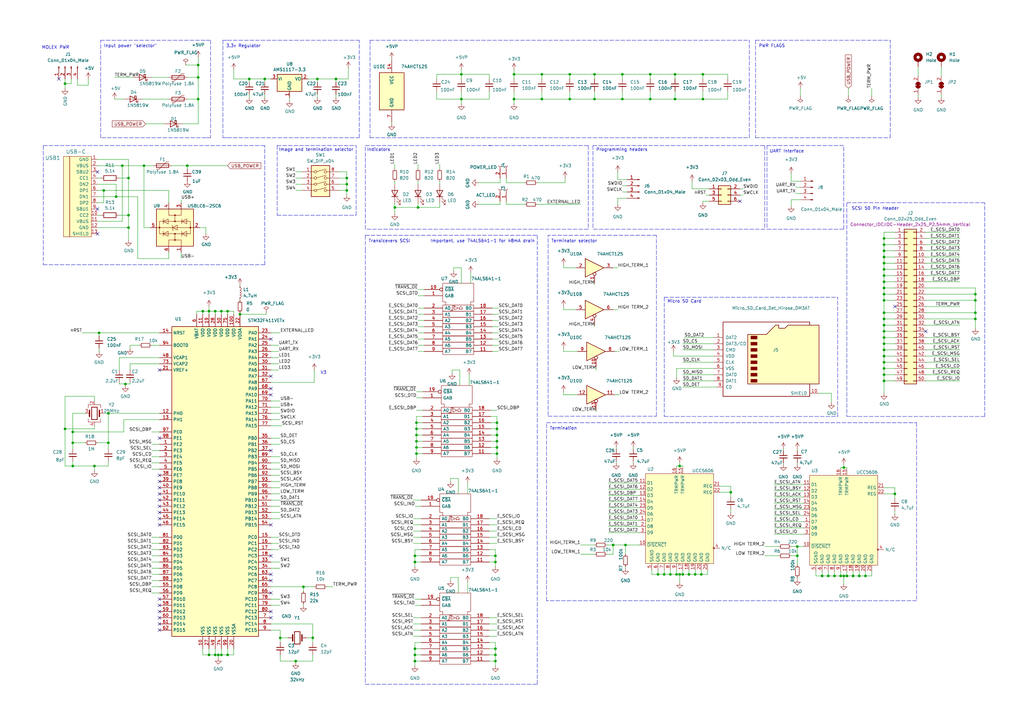
<source format=kicad_sch>
(kicad_sch (version 20211123) (generator eeschema)

  (uuid c4d97e29-4300-4520-9366-edbdee93f48a)

  (paper "A3")

  (title_block
    (title "BlackSASI")
    (date "2022-03-20")
    (rev "1.00")
    (company "SweProj.com")
  )

  


  (junction (at 243.84 40.64) (diameter 0) (color 0 0 0 0)
    (uuid 001f7033-df35-4373-8892-f5fe288a577b)
  )
  (junction (at 256.54 223.52) (diameter 0) (color 0 0 0 0)
    (uuid 00e1b5df-fa73-41ee-9f86-36bcd930675a)
  )
  (junction (at 170.18 271.145) (diameter 0) (color 0 0 0 0)
    (uuid 03e94c59-5042-4399-ab30-7231129af02e)
  )
  (junction (at 50.165 67.945) (diameter 0) (color 0 0 0 0)
    (uuid 187feb91-784a-4b10-9988-0312cb47e7cb)
  )
  (junction (at 40.64 136.525) (diameter 0) (color 0 0 0 0)
    (uuid 19e6b6fe-d437-445e-b92f-996aa4197b3f)
  )
  (junction (at 400.05 128.27) (diameter 0) (color 0 0 0 0)
    (uuid 1b5d7dc9-5cfd-464e-b180-00317aa95f69)
  )
  (junction (at 203.835 180.975) (diameter 0) (color 0 0 0 0)
    (uuid 1c4844f2-ca26-4b6a-acce-3d1920bb0e72)
  )
  (junction (at 362.585 100.33) (diameter 0) (color 0 0 0 0)
    (uuid 1c69dee1-ed36-4504-987d-9fd81232ae4b)
  )
  (junction (at 38.735 191.135) (diameter 0) (color 0 0 0 0)
    (uuid 20eba151-a9b0-47d5-b959-86ab23c14c41)
  )
  (junction (at 362.585 148.59) (diameter 0) (color 0 0 0 0)
    (uuid 2d0de9fb-d263-40a3-a4b8-534699f8dc00)
  )
  (junction (at 170.18 268.605) (diameter 0) (color 0 0 0 0)
    (uuid 2d969b0a-6800-41e3-9f8e-e411603c9b39)
  )
  (junction (at 278.765 235.585) (diameter 0) (color 0 0 0 0)
    (uuid 2da975d4-e343-4a15-b306-b792e8ef0bc5)
  )
  (junction (at 400.05 123.19) (diameter 0) (color 0 0 0 0)
    (uuid 2e56912e-16d0-4e5f-87ba-0f703dfaa920)
  )
  (junction (at 288.29 30.48) (diameter 0) (color 0 0 0 0)
    (uuid 2e5858a1-1c8b-439c-a8bf-7337dab74d4c)
  )
  (junction (at 83.185 127.635) (diameter 0) (color 0 0 0 0)
    (uuid 2f8e7466-929f-4db2-a6d9-9b9bcfa49a4b)
  )
  (junction (at 203.835 178.435) (diameter 0) (color 0 0 0 0)
    (uuid 308a1136-f747-4aba-95ac-176109f144ad)
  )
  (junction (at 362.585 135.89) (diameter 0) (color 0 0 0 0)
    (uuid 31545c31-1411-4502-a4bd-72118e527e5d)
  )
  (junction (at 26.67 34.29) (diameter 0) (color 0 0 0 0)
    (uuid 32c6b611-a1f1-4ef6-b715-dc84841a662e)
  )
  (junction (at 88.265 268.605) (diameter 0) (color 0 0 0 0)
    (uuid 3548ff4d-f8a5-4204-9fb0-d451a98bab1f)
  )
  (junction (at 362.585 133.35) (diameter 0) (color 0 0 0 0)
    (uuid 36e8430f-296c-401d-840d-d587ff561db5)
  )
  (junction (at 362.585 128.27) (diameter 0) (color 0 0 0 0)
    (uuid 38d9d508-28f7-4f62-a362-c4d1b141a768)
  )
  (junction (at 114.935 261.62) (diameter 0) (color 0 0 0 0)
    (uuid 3bf04610-7106-46c5-a128-70d07dd26e16)
  )
  (junction (at 362.585 151.13) (diameter 0) (color 0 0 0 0)
    (uuid 3e5d48f5-435e-42d1-ab23-e56f92a77133)
  )
  (junction (at 222.25 40.64) (diameter 0) (color 0 0 0 0)
    (uuid 40853290-56f0-4511-9992-f63a853aece2)
  )
  (junction (at 255.27 40.64) (diameter 0) (color 0 0 0 0)
    (uuid 409cba5a-1b66-4682-831c-d780a98ad593)
  )
  (junction (at 203.2 230.505) (diameter 0) (color 0 0 0 0)
    (uuid 42c167fb-869d-48dd-b05f-b577934378a4)
  )
  (junction (at 354.965 236.22) (diameter 0) (color 0 0 0 0)
    (uuid 44ff3cc5-6fd5-4ae2-b093-8209d0992af8)
  )
  (junction (at 362.585 143.51) (diameter 0) (color 0 0 0 0)
    (uuid 45708189-6cf6-4828-a1a1-fe879b822edb)
  )
  (junction (at 161.925 85.09) (diameter 0) (color 0 0 0 0)
    (uuid 477d7677-9d1e-4a5b-8190-a872bb7fdf4f)
  )
  (junction (at 342.265 236.22) (diameter 0) (color 0 0 0 0)
    (uuid 47ecdfbb-3190-4908-a143-6fd72a71136a)
  )
  (junction (at 233.68 30.48) (diameter 0) (color 0 0 0 0)
    (uuid 4fb208b4-38ed-4b49-b658-e5e79ff8124c)
  )
  (junction (at 170.815 183.515) (diameter 0) (color 0 0 0 0)
    (uuid 52ceff6b-623f-4549-b5ee-93e84cd99982)
  )
  (junction (at 278.765 191.135) (diameter 0) (color 0 0 0 0)
    (uuid 53570ddf-5ce6-4769-b8ec-534b730d8447)
  )
  (junction (at 347.345 236.22) (diameter 0) (color 0 0 0 0)
    (uuid 55c467d0-300f-4b0a-8508-ef948cd2b9ae)
  )
  (junction (at 362.585 123.19) (diameter 0) (color 0 0 0 0)
    (uuid 5639c275-fdd6-456c-b900-9ae20aa01a2c)
  )
  (junction (at 203.2 266.065) (diameter 0) (color 0 0 0 0)
    (uuid 566774ee-88e3-4a6f-8b35-70a904dbb055)
  )
  (junction (at 170.18 227.965) (diameter 0) (color 0 0 0 0)
    (uuid 5a1ac72e-c554-49ef-90cb-127e03620b7b)
  )
  (junction (at 44.45 169.545) (diameter 0) (color 0 0 0 0)
    (uuid 5d108873-1f71-4242-afd4-2ca74761375d)
  )
  (junction (at 52.705 73.025) (diameter 0) (color 0 0 0 0)
    (uuid 5dcae560-31e9-42b5-a382-de7f205c5e73)
  )
  (junction (at 243.84 30.48) (diameter 0) (color 0 0 0 0)
    (uuid 5ed6ec94-a7d8-4815-b83a-48b981f3fad4)
  )
  (junction (at 29.845 177.165) (diameter 0) (color 0 0 0 0)
    (uuid 6095e6c3-33af-45b7-8c60-a9823a4fc171)
  )
  (junction (at 130.175 32.385) (diameter 0) (color 0 0 0 0)
    (uuid 61f500ac-4797-4177-8b2e-a54a84120620)
  )
  (junction (at 44.45 181.61) (diameter 0) (color 0 0 0 0)
    (uuid 685c0694-c48c-409f-b9e1-da2e29cb1d94)
  )
  (junction (at 327.025 227.965) (diameter 0) (color 0 0 0 0)
    (uuid 6a5c5248-043e-40e2-9f4b-4e962e41e0dd)
  )
  (junction (at 52.705 93.345) (diameter 0) (color 0 0 0 0)
    (uuid 6affca1b-7214-425b-8e68-3f73d95908fc)
  )
  (junction (at 400.05 120.65) (diameter 0) (color 0 0 0 0)
    (uuid 6dc5c987-e66b-420e-8b13-a723c76a94b2)
  )
  (junction (at 85.725 127.635) (diameter 0) (color 0 0 0 0)
    (uuid 6dd42b34-ed05-4bd4-950a-05c7eefc567f)
  )
  (junction (at 362.585 146.05) (diameter 0) (color 0 0 0 0)
    (uuid 720717f4-339a-4150-b330-09fd40bb07fc)
  )
  (junction (at 108.585 32.385) (diameter 0) (color 0 0 0 0)
    (uuid 7257f7a3-8ece-4e27-a43c-b850f979b198)
  )
  (junction (at 255.27 30.48) (diameter 0) (color 0 0 0 0)
    (uuid 7300131c-ba3e-45bb-9aee-7ea5e6e38c74)
  )
  (junction (at 327.025 224.155) (diameter 0) (color 0 0 0 0)
    (uuid 76541732-d722-4f3b-8d25-a0fc2c05203f)
  )
  (junction (at 362.585 113.03) (diameter 0) (color 0 0 0 0)
    (uuid 76a8edde-eadd-410b-aeb4-7991cba5a237)
  )
  (junction (at 299.72 201.93) (diameter 0) (color 0 0 0 0)
    (uuid 76fa555d-328d-459a-a37a-951d50f91cdb)
  )
  (junction (at 346.075 191.77) (diameter 0) (color 0 0 0 0)
    (uuid 77807873-8299-4424-afd6-5ef0b37cb335)
  )
  (junction (at 203.835 175.895) (diameter 0) (color 0 0 0 0)
    (uuid 7796c738-9ffd-4552-b67d-92c4affa2dde)
  )
  (junction (at 189.23 40.64) (diameter 0) (color 0 0 0 0)
    (uuid 783bf3c5-f812-4647-bd92-bb58af54ab52)
  )
  (junction (at 203.2 271.145) (diameter 0) (color 0 0 0 0)
    (uuid 79f66b80-628c-4a8e-8d7c-a923b866cdc7)
  )
  (junction (at 203.835 186.055) (diameter 0) (color 0 0 0 0)
    (uuid 7a42237b-a99f-460e-b663-9f6b4afedf90)
  )
  (junction (at 88.265 127.635) (diameter 0) (color 0 0 0 0)
    (uuid 7cc0e3fe-7a5e-497a-80ea-fcb86e6d12e2)
  )
  (junction (at 269.875 235.585) (diameter 0) (color 0 0 0 0)
    (uuid 80747ba7-af56-4bf3-be02-816ec45776f7)
  )
  (junction (at 189.23 30.48) (diameter 0) (color 0 0 0 0)
    (uuid 81fa19ab-01af-43e7-9ba0-2b5dc6cc058b)
  )
  (junction (at 274.955 235.585) (diameter 0) (color 0 0 0 0)
    (uuid 82989534-95a7-4706-b132-1e04606a8d8d)
  )
  (junction (at 362.585 115.57) (diameter 0) (color 0 0 0 0)
    (uuid 82b4abd0-6051-4ea0-a591-f949e19388d1)
  )
  (junction (at 85.725 268.605) (diameter 0) (color 0 0 0 0)
    (uuid 872d8c1c-5eba-4462-81a9-1d7a34a9eabe)
  )
  (junction (at 282.575 235.585) (diameter 0) (color 0 0 0 0)
    (uuid 883c6da6-7640-4314-ac13-5d9d3f25a282)
  )
  (junction (at 362.585 138.43) (diameter 0) (color 0 0 0 0)
    (uuid 886cdf94-08ba-4e1f-8da0-d95b9f653a8b)
  )
  (junction (at 362.585 140.97) (diameter 0) (color 0 0 0 0)
    (uuid 8987f8b8-e9a9-4cde-8fe5-e3fab146b2a6)
  )
  (junction (at 203.2 227.965) (diameter 0) (color 0 0 0 0)
    (uuid 8f399f50-80e4-4de8-a083-f04a1de7a253)
  )
  (junction (at 362.585 156.21) (diameter 0) (color 0 0 0 0)
    (uuid 8fc84969-be80-474c-a0d4-707c4c0cc724)
  )
  (junction (at 170.815 178.435) (diameter 0) (color 0 0 0 0)
    (uuid 93140cc1-f8ed-44ae-80ac-85241b3056df)
  )
  (junction (at 203.835 173.355) (diameter 0) (color 0 0 0 0)
    (uuid 9320d367-a283-4bce-8ba2-4391ad23aee7)
  )
  (junction (at 90.805 127.635) (diameter 0) (color 0 0 0 0)
    (uuid 949a8cd3-b170-41cd-9cc9-981f7a74a1d7)
  )
  (junction (at 367.03 202.565) (diameter 0) (color 0 0 0 0)
    (uuid 95a65168-9b0e-449f-b805-e3f225b938f0)
  )
  (junction (at 170.815 180.975) (diameter 0) (color 0 0 0 0)
    (uuid 9827434f-26a1-4aae-b779-e35915e6cb26)
  )
  (junction (at 124.46 240.665) (diameter 0) (color 0 0 0 0)
    (uuid 9832eb3e-8666-42b0-969a-0e76174e1989)
  )
  (junction (at 251.46 223.52) (diameter 0) (color 0 0 0 0)
    (uuid 98384c9f-d77c-4eb3-a7cf-f76e356a62d1)
  )
  (junction (at 277.495 235.585) (diameter 0) (color 0 0 0 0)
    (uuid 9ae2b1c7-d458-4066-b406-094eaf23b2ba)
  )
  (junction (at 362.585 105.41) (diameter 0) (color 0 0 0 0)
    (uuid 9f9bd548-777a-406d-8c65-9efee286b26c)
  )
  (junction (at 362.585 118.11) (diameter 0) (color 0 0 0 0)
    (uuid a0975632-1b21-4b38-81f8-f1f2680f6fed)
  )
  (junction (at 89.535 268.605) (diameter 0) (color 0 0 0 0)
    (uuid a8d71f45-0110-4b7a-b05e-0e16aadcabe6)
  )
  (junction (at 171.45 85.09) (diameter 0) (color 0 0 0 0)
    (uuid abe8d828-e71c-46db-8605-768c57f8434f)
  )
  (junction (at 170.815 175.895) (diameter 0) (color 0 0 0 0)
    (uuid af5a5ea0-12bc-45c6-964a-cd8d4200a9ca)
  )
  (junction (at 52.705 88.265) (diameter 0) (color 0 0 0 0)
    (uuid af68c406-ceec-4ea4-812b-5cfaaffe59c6)
  )
  (junction (at 222.25 30.48) (diameter 0) (color 0 0 0 0)
    (uuid b2521a1c-58d0-42a0-be5f-34984a560bd8)
  )
  (junction (at 400.05 130.81) (diameter 0) (color 0 0 0 0)
    (uuid b278c6f4-5009-48d4-af08-74b28d07711f)
  )
  (junction (at 346.075 236.22) (diameter 0) (color 0 0 0 0)
    (uuid b46b45e2-2ffd-479d-833b-0014719ddddb)
  )
  (junction (at 98.425 128.905) (diameter 0) (color 0 0 0 0)
    (uuid b470a752-9dc2-4e2c-9892-c498aa40f59a)
  )
  (junction (at 42.545 78.105) (diameter 0) (color 0 0 0 0)
    (uuid b5921d30-5395-47c8-b627-9dfb0b5627e3)
  )
  (junction (at 362.585 153.67) (diameter 0) (color 0 0 0 0)
    (uuid b74e1229-693d-4376-98c6-46772cb16ac8)
  )
  (junction (at 362.585 110.49) (diameter 0) (color 0 0 0 0)
    (uuid b7d6fe90-98b9-4699-8c47-5d01b930d65a)
  )
  (junction (at 362.585 107.95) (diameter 0) (color 0 0 0 0)
    (uuid b7eb0e3a-bbfc-4294-8595-dde8ca6c0ca7)
  )
  (junction (at 344.805 236.22) (diameter 0) (color 0 0 0 0)
    (uuid b8ba7538-0161-4a13-9463-3fb7fd930071)
  )
  (junction (at 210.82 30.48) (diameter 0) (color 0 0 0 0)
    (uuid b928da43-5e3b-4e65-815c-70d433e56206)
  )
  (junction (at 170.18 230.505) (diameter 0) (color 0 0 0 0)
    (uuid bafaf2e8-96b9-41c0-bed7-5111cec0d59f)
  )
  (junction (at 142.24 75.565) (diameter 0) (color 0 0 0 0)
    (uuid bbb96b4d-2a93-4d46-8ecc-3ac6ccbd5148)
  )
  (junction (at 137.795 32.385) (diameter 0) (color 0 0 0 0)
    (uuid bc3c9b71-1bb4-4105-bfd1-8a24188957d5)
  )
  (junction (at 276.86 30.48) (diameter 0) (color 0 0 0 0)
    (uuid be02b28d-7f7d-4178-8ba2-ba5bdc81e5dc)
  )
  (junction (at 233.68 40.64) (diameter 0) (color 0 0 0 0)
    (uuid be3b6551-80db-4baf-9fa3-8b231e1eef52)
  )
  (junction (at 90.805 268.605) (diameter 0) (color 0 0 0 0)
    (uuid bf2be611-c3fa-4e3b-ad38-8a93bdc82023)
  )
  (junction (at 170.815 173.355) (diameter 0) (color 0 0 0 0)
    (uuid c2755ea2-6ca6-485a-bcfc-f0e3f079e5f7)
  )
  (junction (at 362.585 130.81) (diameter 0) (color 0 0 0 0)
    (uuid c2d7b71c-39f0-4beb-9225-8f0b5672e878)
  )
  (junction (at 81.28 40.64) (diameter 0) (color 0 0 0 0)
    (uuid c5282137-515e-4266-84de-39add2ddec0e)
  )
  (junction (at 362.585 102.87) (diameter 0) (color 0 0 0 0)
    (uuid c5390552-39ea-4a79-8d9a-cd6028d15183)
  )
  (junction (at 29.845 191.135) (diameter 0) (color 0 0 0 0)
    (uuid c6468651-dd30-4e9f-8cfe-44958b9b778c)
  )
  (junction (at 349.885 236.22) (diameter 0) (color 0 0 0 0)
    (uuid c74adcf2-e6d8-4d58-9270-da508bcce569)
  )
  (junction (at 272.415 235.585) (diameter 0) (color 0 0 0 0)
    (uuid d137c24a-659b-47e6-afb0-939c3e934de4)
  )
  (junction (at 170.815 186.055) (diameter 0) (color 0 0 0 0)
    (uuid d50f0759-e6e2-4af9-ae68-718305af4c72)
  )
  (junction (at 362.585 120.65) (diameter 0) (color 0 0 0 0)
    (uuid d5a92d89-aa92-4096-a176-707b299f359c)
  )
  (junction (at 26.67 175.895) (diameter 0) (color 0 0 0 0)
    (uuid d6371195-a98c-4851-98f2-131ee8feffde)
  )
  (junction (at 210.82 40.64) (diameter 0) (color 0 0 0 0)
    (uuid da6316c0-e699-4e23-b0e4-b1d5eba3a4e2)
  )
  (junction (at 203.835 183.515) (diameter 0) (color 0 0 0 0)
    (uuid db8bec98-e454-459b-bf3b-aa9c2b706999)
  )
  (junction (at 339.725 236.22) (diameter 0) (color 0 0 0 0)
    (uuid dc2ca78e-43c1-4511-9ca9-52382244f319)
  )
  (junction (at 352.425 236.22) (diameter 0) (color 0 0 0 0)
    (uuid dc7f3e1f-74f6-42fd-9aae-31b76536bf41)
  )
  (junction (at 337.185 236.22) (diameter 0) (color 0 0 0 0)
    (uuid dd1a0c60-7f5f-4f67-a445-52f3400aee38)
  )
  (junction (at 47.625 80.645) (diameter 0) (color 0 0 0 0)
    (uuid ddce59da-a6c2-42cd-95c6-6052c7a421dc)
  )
  (junction (at 29.845 181.61) (diameter 0) (color 0 0 0 0)
    (uuid de60ff0e-71ab-4d6b-a0b2-5e0037edff59)
  )
  (junction (at 102.235 32.385) (diameter 0) (color 0 0 0 0)
    (uuid de74d78d-f7bb-4720-9397-f8948e2f5bd7)
  )
  (junction (at 276.86 40.64) (diameter 0) (color 0 0 0 0)
    (uuid dfc49f43-995a-407e-a46d-fbec24f61e8d)
  )
  (junction (at 76.835 67.945) (diameter 0) (color 0 0 0 0)
    (uuid e07d866e-06c2-4e8b-8de1-f7d61b91b336)
  )
  (junction (at 51.435 157.48) (diameter 0) (color 0 0 0 0)
    (uuid e18270aa-8d4b-43f6-8f7f-0ea1ffdcd0ac)
  )
  (junction (at 59.055 67.945) (diameter 0) (color 0 0 0 0)
    (uuid e5e87b25-f171-4256-9eb7-c35f51c8b665)
  )
  (junction (at 121.285 271.145) (diameter 0) (color 0 0 0 0)
    (uuid e759a7fe-da07-4c9a-ab45-c05b98f6bd19)
  )
  (junction (at 288.29 40.64) (diameter 0) (color 0 0 0 0)
    (uuid e8ba5849-749d-4e0a-968c-fd80f9b36113)
  )
  (junction (at 142.24 73.025) (diameter 0) (color 0 0 0 0)
    (uuid ebaf0258-8844-46c1-b9fa-e2bdc09ba718)
  )
  (junction (at 142.24 78.105) (diameter 0) (color 0 0 0 0)
    (uuid ee7ac5bf-e3f9-438b-a11e-7e33a9325406)
  )
  (junction (at 81.28 26.67) (diameter 0) (color 0 0 0 0)
    (uuid f0660155-3837-4c65-ae15-6eb7a56dae44)
  )
  (junction (at 93.345 268.605) (diameter 0) (color 0 0 0 0)
    (uuid f507d3d0-7b83-4dcf-bbd6-1eafa1641982)
  )
  (junction (at 93.345 127.635) (diameter 0) (color 0 0 0 0)
    (uuid f70e3f3f-dfc5-4fa0-b7dc-90a4bee7b70d)
  )
  (junction (at 266.7 40.64) (diameter 0) (color 0 0 0 0)
    (uuid f76c8050-2707-476f-b36e-6a0cd6119e1c)
  )
  (junction (at 266.7 30.48) (diameter 0) (color 0 0 0 0)
    (uuid f7fa3149-429f-4628-a90d-d54d4e1cdd50)
  )
  (junction (at 170.18 266.065) (diameter 0) (color 0 0 0 0)
    (uuid f856a9ed-06f6-406c-a051-6a6dc5fd3706)
  )
  (junction (at 362.585 97.79) (diameter 0) (color 0 0 0 0)
    (uuid f94d7499-7294-47e8-9a6e-afebf2e0d1a1)
  )
  (junction (at 81.28 31.75) (diameter 0) (color 0 0 0 0)
    (uuid fb348661-8622-4f74-b5c5-e07db16a2735)
  )
  (junction (at 287.655 235.585) (diameter 0) (color 0 0 0 0)
    (uuid fc8d5d90-a72d-4cf6-9b25-dc3096aefc32)
  )
  (junction (at 280.035 235.585) (diameter 0) (color 0 0 0 0)
    (uuid fcee0107-d1b5-4cef-805c-cbbeb367fedd)
  )
  (junction (at 128.27 261.62) (diameter 0) (color 0 0 0 0)
    (uuid fd50ec7e-592f-4ebf-96df-67edd5fc448b)
  )
  (junction (at 203.2 268.605) (diameter 0) (color 0 0 0 0)
    (uuid fd8619d7-bc15-47ac-aa39-1afd18fa21d9)
  )
  (junction (at 285.115 235.585) (diameter 0) (color 0 0 0 0)
    (uuid fe40b140-71be-4894-a6e3-2e3333f7a818)
  )

  (no_connect (at 111.125 253.365) (uuid 08a02abf-06df-42af-aa34-ba13d2dea005))
  (no_connect (at 111.125 238.125) (uuid 0a43c551-dbfe-43ff-a241-076a8ca91cef))
  (no_connect (at 111.125 227.965) (uuid 0a62cbae-1c9f-48cd-8d93-d9df88b13243))
  (no_connect (at 65.405 253.365) (uuid 0e546bcc-9681-4691-9c72-4496bc622d67))
  (no_connect (at 303.53 82.55) (uuid 0ff232e9-6aba-4c6d-a5f6-0b3d26257d35))
  (no_connect (at 65.405 151.765) (uuid 1dc37920-78ce-42dc-b8b2-d3c90b811d84))
  (no_connect (at 65.405 205.105) (uuid 2bfc3999-ae73-47fc-aff0-72f4d50d19e8))
  (no_connect (at 65.405 255.905) (uuid 422ce139-0e0e-40b1-b064-2ca2d20ff386))
  (no_connect (at 111.125 154.305) (uuid 580b2978-8940-4f63-a13e-248d6928a0d9))
  (no_connect (at 65.405 250.825) (uuid 5e102930-72dd-435b-a54c-86fb25971139))
  (no_connect (at 111.125 215.265) (uuid 62fa40df-6d7a-4e42-865c-d096f7c82f70))
  (no_connect (at 111.125 243.205) (uuid 6c4cc4a1-08f5-4b5b-a135-7bf713b104d8))
  (no_connect (at 65.405 194.945) (uuid 6d5f86fa-3f67-4c51-9cb1-d497c3f206cb))
  (no_connect (at 111.125 250.825) (uuid 6d9f6563-b395-49b4-90ea-ded5f84aeba3))
  (no_connect (at 65.405 215.265) (uuid 6e3a2635-1003-4575-bf5e-8caf80c668c0))
  (no_connect (at 40.005 70.485) (uuid 79ef4bc5-551e-4449-8656-30000c51237b))
  (no_connect (at 111.125 235.585) (uuid 7dbb3959-ac86-4aa8-b7c5-c52b9d14f614))
  (no_connect (at 379.73 135.89) (uuid 8587fdad-ef15-4da2-87f0-0ca0c2a896d7))
  (no_connect (at 65.405 200.025) (uuid 86f8149d-10e3-4723-98b8-5f7829f6b611))
  (no_connect (at 65.405 197.485) (uuid 987647d8-d104-4d42-a0af-8c44a350066c))
  (no_connect (at 65.405 245.745) (uuid 992557e4-e8ca-4faf-89e3-c4933f7e724b))
  (no_connect (at 111.125 184.785) (uuid a32010b5-ad76-441e-91c4-e41e9f21be41))
  (no_connect (at 65.405 248.285) (uuid ac8c8244-b4ca-45d6-96c4-38d707f1b6fc))
  (no_connect (at 111.125 159.385) (uuid b2c1399b-afc9-4226-975a-d8ebf5e268a3))
  (no_connect (at 65.405 258.445) (uuid b35e5c7e-3a34-4064-bf81-a931bdbda3ad))
  (no_connect (at 111.125 161.925) (uuid bedd5cce-9524-40aa-b156-aa5a5a468593))
  (no_connect (at 40.005 95.885) (uuid bfdc7b86-ec99-40af-b64f-9e678ee1ad49))
  (no_connect (at 65.405 202.565) (uuid cd81ab56-7d10-484d-ab07-8a09229721ab))
  (no_connect (at 40.005 85.725) (uuid d1f49220-ee68-4d6c-8e05-d5dcdde26e38))
  (no_connect (at 111.125 139.065) (uuid d2f3a464-7d16-4235-a981-b294fc1f7ce3))
  (no_connect (at 65.405 207.645) (uuid d9c5c2a6-a368-4964-9f44-eee473480b9f))
  (no_connect (at 367.03 125.73) (uuid da8ee858-3d50-4ee8-899b-82c917ea595a))
  (no_connect (at 65.405 210.185) (uuid e0ddde18-63e4-4b29-b598-2031eabae133))
  (no_connect (at 65.405 212.725) (uuid ebb117fc-7e72-48fb-bc46-e141a27228fa))
  (no_connect (at 24.13 32.385) (uuid ec9fb9d6-f906-48e6-887e-78edb3140908))
  (no_connect (at 65.405 179.705) (uuid f356a60e-7a8d-4e45-a402-0850260ff0ee))

  (wire (pts (xy 179.07 30.48) (xy 179.07 32.385))
    (stroke (width 0) (type default) (color 0 0 0 0))
    (uuid 00e2af4c-6709-4814-9145-95f68d8adb52)
  )
  (wire (pts (xy 362.585 105.41) (xy 367.03 105.41))
    (stroke (width 0) (type default) (color 0 0 0 0))
    (uuid 017653c0-bf30-4619-99dc-ad384eeb6a59)
  )
  (wire (pts (xy 233.68 30.48) (xy 233.68 32.385))
    (stroke (width 0) (type default) (color 0 0 0 0))
    (uuid 018e76a5-2210-4e35-823f-18adc23432df)
  )
  (wire (pts (xy 267.335 233.68) (xy 267.335 235.585))
    (stroke (width 0) (type default) (color 0 0 0 0))
    (uuid 01f7c357-ae1d-491b-9879-e29c71a3436f)
  )
  (wire (pts (xy 362.585 146.05) (xy 362.585 148.59))
    (stroke (width 0) (type default) (color 0 0 0 0))
    (uuid 02372aac-f316-4ef1-9197-7eea48c6d465)
  )
  (wire (pts (xy 111.125 220.345) (xy 114.3 220.345))
    (stroke (width 0) (type default) (color 0 0 0 0))
    (uuid 02ceac0d-3e9e-416e-a05c-6cdef38dfa23)
  )
  (polyline (pts (xy 224.155 246.38) (xy 224.155 173.355))
    (stroke (width 0) (type default) (color 0 0 0 0))
    (uuid 02d24662-781b-4552-b6fa-f43b24b94702)
  )

  (wire (pts (xy 362.585 102.87) (xy 362.585 105.41))
    (stroke (width 0) (type default) (color 0 0 0 0))
    (uuid 03a6e710-e978-4cd1-8bad-d74c0acbe0ba)
  )
  (wire (pts (xy 53.34 142.875) (xy 53.34 141.605))
    (stroke (width 0) (type default) (color 0 0 0 0))
    (uuid 03d3d650-4f6a-4100-be49-7b3e4ecd19d6)
  )
  (wire (pts (xy 89.535 268.605) (xy 90.805 268.605))
    (stroke (width 0) (type default) (color 0 0 0 0))
    (uuid 04030806-f1e1-4149-ad4f-95873c6a667e)
  )
  (wire (pts (xy 362.585 146.05) (xy 367.03 146.05))
    (stroke (width 0) (type default) (color 0 0 0 0))
    (uuid 0415dd77-d192-4b0c-acf7-68821ac4a3ef)
  )
  (wire (pts (xy 44.45 189.23) (xy 44.45 191.135))
    (stroke (width 0) (type default) (color 0 0 0 0))
    (uuid 04dab952-2201-457e-8937-b2ce027e0d16)
  )
  (wire (pts (xy 249.555 215.9) (xy 262.255 215.9))
    (stroke (width 0) (type default) (color 0 0 0 0))
    (uuid 04f3d18e-1693-4d01-a603-2f91c3f117ae)
  )
  (polyline (pts (xy 17.78 59.69) (xy 17.78 108.585))
    (stroke (width 0) (type default) (color 0 0 0 0))
    (uuid 05bbac58-7c7c-4730-b685-2c654788eea4)
  )

  (wire (pts (xy 128.27 271.145) (xy 128.27 268.605))
    (stroke (width 0) (type default) (color 0 0 0 0))
    (uuid 06082504-9577-44b1-9135-4a14f417ed63)
  )
  (wire (pts (xy 203.835 170.815) (xy 203.835 173.355))
    (stroke (width 0) (type default) (color 0 0 0 0))
    (uuid 062e487c-34fd-427d-b762-3e27013564dd)
  )
  (wire (pts (xy 249.555 198.12) (xy 262.255 198.12))
    (stroke (width 0) (type default) (color 0 0 0 0))
    (uuid 0643e8bb-397e-4cf2-9760-e466f8ed5e6f)
  )
  (wire (pts (xy 111.125 141.605) (xy 114.3 141.605))
    (stroke (width 0) (type default) (color 0 0 0 0))
    (uuid 06afcd14-9829-4976-9807-b8f8e2fd0bd6)
  )
  (wire (pts (xy 46.99 40.64) (xy 50.8 40.64))
    (stroke (width 0) (type default) (color 0 0 0 0))
    (uuid 080cf07c-3ae2-4839-88ac-7180e2d29ed4)
  )
  (polyline (pts (xy 86.36 16.51) (xy 86.36 56.515))
    (stroke (width 0) (type default) (color 0 0 0 0))
    (uuid 085afd9a-ec75-457b-be29-980c9da43d8d)
  )

  (wire (pts (xy 52.705 65.405) (xy 52.705 73.025))
    (stroke (width 0) (type default) (color 0 0 0 0))
    (uuid 08a7d256-20bb-4f6a-97ee-f64eb7fa4677)
  )
  (wire (pts (xy 111.125 248.285) (xy 114.935 248.285))
    (stroke (width 0) (type default) (color 0 0 0 0))
    (uuid 09072105-8913-48c7-9adc-3996bfa91f69)
  )
  (wire (pts (xy 170.18 230.505) (xy 172.72 230.505))
    (stroke (width 0) (type default) (color 0 0 0 0))
    (uuid 092456b3-1805-430f-aedd-ea98e5a49285)
  )
  (wire (pts (xy 367.03 202.565) (xy 367.03 204.47))
    (stroke (width 0) (type default) (color 0 0 0 0))
    (uuid 093c1953-e17e-472e-b31d-18568b33569c)
  )
  (wire (pts (xy 65.405 225.425) (xy 62.23 225.425))
    (stroke (width 0) (type default) (color 0 0 0 0))
    (uuid 094da4f3-b6e5-41c9-a7d2-9270796c3003)
  )
  (wire (pts (xy 65.405 177.165) (xy 62.23 177.165))
    (stroke (width 0) (type default) (color 0 0 0 0))
    (uuid 098288de-513d-4718-875d-b2a2cd0fc903)
  )
  (wire (pts (xy 203.835 186.055) (xy 203.835 187.96))
    (stroke (width 0) (type default) (color 0 0 0 0))
    (uuid 09df4ef8-a32a-4aa5-bdb3-07858551254a)
  )
  (wire (pts (xy 244.475 168.275) (xy 244.475 168.91))
    (stroke (width 0) (type default) (color 0 0 0 0))
    (uuid 0a1ec4c8-d18d-4593-8c74-6f3423cf5a6d)
  )
  (wire (pts (xy 201.93 128.905) (xy 204.47 128.905))
    (stroke (width 0) (type default) (color 0 0 0 0))
    (uuid 0b161b11-5ceb-446f-91dc-36e19587dbcd)
  )
  (wire (pts (xy 170.18 207.645) (xy 172.72 207.645))
    (stroke (width 0) (type default) (color 0 0 0 0))
    (uuid 0ba08930-b3e6-429d-bfd6-fb77c9139c12)
  )
  (wire (pts (xy 111.125 194.945) (xy 114.935 194.945))
    (stroke (width 0) (type default) (color 0 0 0 0))
    (uuid 0bec1e8e-0e2c-4974-9ead-912fcf9fac98)
  )
  (wire (pts (xy 170.815 180.975) (xy 170.815 183.515))
    (stroke (width 0) (type default) (color 0 0 0 0))
    (uuid 0c2efa81-b310-4c00-b7fe-f9d5d8ff8059)
  )
  (wire (pts (xy 321.31 189.865) (xy 321.31 190.5))
    (stroke (width 0) (type default) (color 0 0 0 0))
    (uuid 0c49916e-5aab-4342-94ce-563438e7f35a)
  )
  (wire (pts (xy 62.23 240.665) (xy 65.405 240.665))
    (stroke (width 0) (type default) (color 0 0 0 0))
    (uuid 0c6ddf4e-a774-4759-87c5-16aae7528735)
  )
  (wire (pts (xy 362.585 95.25) (xy 367.03 95.25))
    (stroke (width 0) (type default) (color 0 0 0 0))
    (uuid 0d124c86-01ee-47c9-aa2b-f7b4d9ee87bc)
  )
  (wire (pts (xy 89.535 268.605) (xy 89.535 269.875))
    (stroke (width 0) (type default) (color 0 0 0 0))
    (uuid 0d2918f7-5efd-422b-9f71-cd33d4d1b4c4)
  )
  (wire (pts (xy 249.555 208.28) (xy 262.255 208.28))
    (stroke (width 0) (type default) (color 0 0 0 0))
    (uuid 0d5bb5d6-1333-4364-bb68-1db757da8683)
  )
  (polyline (pts (xy 108.585 108.585) (xy 108.585 59.69))
    (stroke (width 0) (type default) (color 0 0 0 0))
    (uuid 0e2c484b-f9f6-4445-a03d-80c2d8da4809)
  )

  (wire (pts (xy 344.805 236.22) (xy 346.075 236.22))
    (stroke (width 0) (type default) (color 0 0 0 0))
    (uuid 0ee74577-6ea5-4912-b4fa-40148e4d16c7)
  )
  (wire (pts (xy 56.515 106.045) (xy 69.215 106.045))
    (stroke (width 0) (type default) (color 0 0 0 0))
    (uuid 0f1d5ce3-51f7-4e6b-8863-03ed536b5833)
  )
  (wire (pts (xy 379.73 151.13) (xy 393.7 151.13))
    (stroke (width 0) (type default) (color 0 0 0 0))
    (uuid 0f726bd6-60c5-40ae-afa3-84d5e8133630)
  )
  (wire (pts (xy 111.125 172.085) (xy 114.935 172.085))
    (stroke (width 0) (type default) (color 0 0 0 0))
    (uuid 0fbae64c-5d5c-4a99-869f-fcf9ce2e489b)
  )
  (wire (pts (xy 201.295 180.975) (xy 203.835 180.975))
    (stroke (width 0) (type default) (color 0 0 0 0))
    (uuid 0fbd26ff-7cd5-4487-b2fe-d4fbfe7446f1)
  )
  (wire (pts (xy 42.545 78.105) (xy 69.215 78.105))
    (stroke (width 0) (type default) (color 0 0 0 0))
    (uuid 10be7ad7-7fc9-4142-8a8e-4c767c1a5bb0)
  )
  (wire (pts (xy 189.23 32.385) (xy 189.23 30.48))
    (stroke (width 0) (type default) (color 0 0 0 0))
    (uuid 10f303e1-c21a-4798-83a3-96e152e6d26f)
  )
  (polyline (pts (xy 224.79 96.52) (xy 224.79 97.155))
    (stroke (width 0) (type default) (color 0 0 0 0))
    (uuid 1129abe7-8de3-41ce-981e-0bd8f0f0e69c)
  )

  (wire (pts (xy 207.645 73.025) (xy 207.645 74.93))
    (stroke (width 0) (type default) (color 0 0 0 0))
    (uuid 11667a9d-7359-4a68-8d27-e205b6e96d25)
  )
  (wire (pts (xy 327.025 236.855) (xy 327.025 237.49))
    (stroke (width 0) (type default) (color 0 0 0 0))
    (uuid 11eea4aa-ae56-422f-9067-7bcb973139ac)
  )
  (wire (pts (xy 200.66 263.525) (xy 203.2 263.525))
    (stroke (width 0) (type default) (color 0 0 0 0))
    (uuid 1282241b-7d3b-4a5d-ba21-4c86fecdbb49)
  )
  (wire (pts (xy 121.285 73.025) (xy 123.825 73.025))
    (stroke (width 0) (type default) (color 0 0 0 0))
    (uuid 13668d11-336b-4a12-8922-1936503865eb)
  )
  (wire (pts (xy 74.93 50.8) (xy 81.28 50.8))
    (stroke (width 0) (type default) (color 0 0 0 0))
    (uuid 13e081a2-551a-4b47-88e2-a2ec1ce3609a)
  )
  (wire (pts (xy 44.45 169.545) (xy 65.405 169.545))
    (stroke (width 0) (type default) (color 0 0 0 0))
    (uuid 13ef08a4-86c8-4018-9974-795594dfac8b)
  )
  (polyline (pts (xy 91.44 16.51) (xy 93.345 16.51))
    (stroke (width 0) (type default) (color 0 0 0 0))
    (uuid 14024c61-79e8-40dc-9057-37cc4ebba99b)
  )

  (wire (pts (xy 48.895 73.025) (xy 52.705 73.025))
    (stroke (width 0) (type default) (color 0 0 0 0))
    (uuid 148445d0-3d4d-4c4c-9398-bac7f2dbe40c)
  )
  (wire (pts (xy 42.545 169.545) (xy 44.45 169.545))
    (stroke (width 0) (type default) (color 0 0 0 0))
    (uuid 14d7bc38-eb2b-4a70-a925-e9cf44ff15e4)
  )
  (wire (pts (xy 29.845 181.61) (xy 34.925 181.61))
    (stroke (width 0) (type default) (color 0 0 0 0))
    (uuid 1501a31e-d351-40fc-9455-4b6209c268b3)
  )
  (wire (pts (xy 142.875 27.94) (xy 142.875 32.385))
    (stroke (width 0) (type default) (color 0 0 0 0))
    (uuid 15230a8d-f709-487e-a2d1-99716d454023)
  )
  (wire (pts (xy 362.585 118.11) (xy 362.585 120.65))
    (stroke (width 0) (type default) (color 0 0 0 0))
    (uuid 15e36333-29ed-4ab8-9be6-d3696d64f774)
  )
  (wire (pts (xy 200.66 255.905) (xy 203.835 255.905))
    (stroke (width 0) (type default) (color 0 0 0 0))
    (uuid 15e3bd5e-9f0a-42c6-9ee2-77dfb80b1628)
  )
  (wire (pts (xy 252.73 189.23) (xy 252.73 189.865))
    (stroke (width 0) (type default) (color 0 0 0 0))
    (uuid 15ea1587-e8cf-43b5-8d6f-e6992315b0cc)
  )
  (wire (pts (xy 48.895 88.265) (xy 52.705 88.265))
    (stroke (width 0) (type default) (color 0 0 0 0))
    (uuid 171bb268-4041-49aa-bb13-a6501a870eb0)
  )
  (polyline (pts (xy 17.78 108.585) (xy 108.585 108.585))
    (stroke (width 0) (type default) (color 0 0 0 0))
    (uuid 173a115b-4a32-4278-8ffe-79adea288bb3)
  )

  (wire (pts (xy 357.505 236.22) (xy 357.505 234.315))
    (stroke (width 0) (type default) (color 0 0 0 0))
    (uuid 173e372b-cdd5-43be-bad9-aedf8329ec07)
  )
  (wire (pts (xy 76.835 31.75) (xy 81.28 31.75))
    (stroke (width 0) (type default) (color 0 0 0 0))
    (uuid 179bafd4-9c60-41c5-8568-4bc61bce67e1)
  )
  (wire (pts (xy 50.8 172.085) (xy 50.8 177.165))
    (stroke (width 0) (type default) (color 0 0 0 0))
    (uuid 17cb3599-ffc9-4e81-8e64-aec1508999a5)
  )
  (polyline (pts (xy 313.69 59.69) (xy 313.69 93.98))
    (stroke (width 0) (type default) (color 0 0 0 0))
    (uuid 183d5d17-bbaa-41e8-a274-9433bf32a63c)
  )

  (wire (pts (xy 26.67 32.385) (xy 26.67 34.29))
    (stroke (width 0) (type default) (color 0 0 0 0))
    (uuid 1853557f-d870-4f73-bc70-e89fb0093629)
  )
  (wire (pts (xy 26.67 175.895) (xy 26.67 191.135))
    (stroke (width 0) (type default) (color 0 0 0 0))
    (uuid 1891a343-2c95-4c2a-b897-4ca130a4d929)
  )
  (wire (pts (xy 379.73 110.49) (xy 393.7 110.49))
    (stroke (width 0) (type default) (color 0 0 0 0))
    (uuid 1950b271-98e0-447a-b2e3-7b8ca89d2b4d)
  )
  (wire (pts (xy 201.93 136.525) (xy 204.47 136.525))
    (stroke (width 0) (type default) (color 0 0 0 0))
    (uuid 19885406-9410-44eb-8604-e128cc55bd5b)
  )
  (wire (pts (xy 335.915 161.29) (xy 340.995 161.29))
    (stroke (width 0) (type default) (color 0 0 0 0))
    (uuid 1a21fb5c-007e-4928-82ba-f3b23c2ba5ac)
  )
  (wire (pts (xy 283.845 77.47) (xy 290.83 77.47))
    (stroke (width 0) (type default) (color 0 0 0 0))
    (uuid 1b36856d-e82c-4ce3-8abd-9c24a6656ca5)
  )
  (wire (pts (xy 196.215 83.82) (xy 205.105 83.82))
    (stroke (width 0) (type default) (color 0 0 0 0))
    (uuid 1b7b8f74-1080-4186-a795-2b3151a5aead)
  )
  (wire (pts (xy 362.585 148.59) (xy 362.585 151.13))
    (stroke (width 0) (type default) (color 0 0 0 0))
    (uuid 1c2ea9fe-7994-4d54-8c25-e76362d5382e)
  )
  (wire (pts (xy 111.125 144.145) (xy 114.3 144.145))
    (stroke (width 0) (type default) (color 0 0 0 0))
    (uuid 1ce15c77-9268-4145-ab00-2e186578141b)
  )
  (wire (pts (xy 184.785 236.855) (xy 187.96 236.855))
    (stroke (width 0) (type default) (color 0 0 0 0))
    (uuid 1d1ad576-78b7-425f-8c7c-c37ed8dfae33)
  )
  (wire (pts (xy 47.625 75.565) (xy 47.625 80.645))
    (stroke (width 0) (type default) (color 0 0 0 0))
    (uuid 1d800193-8381-4a99-80f3-8ee3b46600a3)
  )
  (wire (pts (xy 255.27 76.2) (xy 257.175 76.2))
    (stroke (width 0) (type default) (color 0 0 0 0))
    (uuid 1e01dac7-81dc-469b-9775-21c240d8463a)
  )
  (wire (pts (xy 324.485 81.915) (xy 328.295 81.915))
    (stroke (width 0) (type default) (color 0 0 0 0))
    (uuid 1eaea42d-027a-41aa-b8c3-2be3c987f6fc)
  )
  (wire (pts (xy 81.28 23.495) (xy 81.28 26.67))
    (stroke (width 0) (type default) (color 0 0 0 0))
    (uuid 1ef92e9b-c657-4d5d-a786-74fb67e06a5c)
  )
  (wire (pts (xy 285.115 233.68) (xy 285.115 235.585))
    (stroke (width 0) (type default) (color 0 0 0 0))
    (uuid 1f63af88-695d-468f-a10c-bf4f495eed60)
  )
  (wire (pts (xy 40.64 136.525) (xy 40.64 137.795))
    (stroke (width 0) (type default) (color 0 0 0 0))
    (uuid 1f6937ba-1d4f-4c27-bbb2-eb5d945c6cb3)
  )
  (wire (pts (xy 111.125 156.845) (xy 128.905 156.845))
    (stroke (width 0) (type default) (color 0 0 0 0))
    (uuid 1fa439e8-e0ff-4e18-8867-070d2709d44e)
  )
  (wire (pts (xy 53.34 157.48) (xy 53.34 156.845))
    (stroke (width 0) (type default) (color 0 0 0 0))
    (uuid 1fa6137c-aeda-464a-947d-f5062691ae2f)
  )
  (wire (pts (xy 252.73 183.515) (xy 252.73 184.15))
    (stroke (width 0) (type default) (color 0 0 0 0))
    (uuid 2027bef6-0e85-454e-9860-83d6fb4893b4)
  )
  (wire (pts (xy 282.575 235.585) (xy 285.115 235.585))
    (stroke (width 0) (type default) (color 0 0 0 0))
    (uuid 2033cee0-86b8-462b-8841-9d0948ff4e85)
  )
  (wire (pts (xy 255.27 37.465) (xy 255.27 40.64))
    (stroke (width 0) (type default) (color 0 0 0 0))
    (uuid 205c730f-e2a3-4fc9-a686-7c22414969ef)
  )
  (wire (pts (xy 292.735 151.13) (xy 277.495 151.13))
    (stroke (width 0) (type default) (color 0 0 0 0))
    (uuid 212e52b2-9c83-412d-94d8-a5194a1c19d5)
  )
  (wire (pts (xy 379.73 97.79) (xy 393.7 97.79))
    (stroke (width 0) (type default) (color 0 0 0 0))
    (uuid 2144419a-0661-4219-a18f-5821a6b3255c)
  )
  (wire (pts (xy 344.805 234.315) (xy 344.805 236.22))
    (stroke (width 0) (type default) (color 0 0 0 0))
    (uuid 215fa116-3d2e-47fd-b341-919e31aeac1d)
  )
  (polyline (pts (xy 151.765 16.51) (xy 307.34 16.51))
    (stroke (width 0) (type default) (color 0 0 0 0))
    (uuid 21b84837-1194-4250-8beb-b11e9bbeee1f)
  )

  (wire (pts (xy 161.925 67.31) (xy 161.925 69.215))
    (stroke (width 0) (type default) (color 0 0 0 0))
    (uuid 21f02a65-f544-4231-a70d-670812e23978)
  )
  (wire (pts (xy 251.46 223.52) (xy 251.46 227.33))
    (stroke (width 0) (type default) (color 0 0 0 0))
    (uuid 221f2c8d-6662-4d5b-84e0-3a0cfb155a13)
  )
  (polyline (pts (xy 149.86 280.67) (xy 220.345 280.67))
    (stroke (width 0) (type default) (color 0 0 0 0))
    (uuid 226ae8a2-2ef4-4695-9a88-38d4ec779979)
  )
  (polyline (pts (xy 146.05 88.265) (xy 146.05 59.69))
    (stroke (width 0) (type default) (color 0 0 0 0))
    (uuid 22923849-93fb-405d-88d0-0295d2307701)
  )

  (wire (pts (xy 255.27 30.48) (xy 266.7 30.48))
    (stroke (width 0) (type default) (color 0 0 0 0))
    (uuid 22baa68f-3f23-4839-b76c-411989b7f940)
  )
  (polyline (pts (xy 17.78 59.69) (xy 108.585 59.69))
    (stroke (width 0) (type default) (color 0 0 0 0))
    (uuid 22c58e14-e003-4cb8-8303-9703f1256aa0)
  )

  (wire (pts (xy 90.805 266.065) (xy 90.805 268.605))
    (stroke (width 0) (type default) (color 0 0 0 0))
    (uuid 22e1eb19-3641-45aa-8389-a4444d315e41)
  )
  (polyline (pts (xy 241.3 93.98) (xy 149.86 93.98))
    (stroke (width 0) (type default) (color 0 0 0 0))
    (uuid 22ee7e8a-680c-42b4-91bb-d295a7fa1d49)
  )

  (wire (pts (xy 200.66 225.425) (xy 203.2 225.425))
    (stroke (width 0) (type default) (color 0 0 0 0))
    (uuid 23142993-ad00-4bdd-96e7-740082bb12f1)
  )
  (wire (pts (xy 200.66 258.445) (xy 203.835 258.445))
    (stroke (width 0) (type default) (color 0 0 0 0))
    (uuid 233bb547-4fb0-4616-8d83-7fa9995ec070)
  )
  (wire (pts (xy 111.125 187.325) (xy 114.935 187.325))
    (stroke (width 0) (type default) (color 0 0 0 0))
    (uuid 23d6d507-4f00-456a-8a09-626ab3b1fe91)
  )
  (wire (pts (xy 85.725 127.635) (xy 85.725 128.905))
    (stroke (width 0) (type default) (color 0 0 0 0))
    (uuid 23f99c42-3b61-428a-8caf-1c72c9ac6097)
  )
  (wire (pts (xy 231.14 127) (xy 236.22 127))
    (stroke (width 0) (type default) (color 0 0 0 0))
    (uuid 2453a7d2-8d26-4267-a1f8-778b39064e41)
  )
  (wire (pts (xy 93.345 127.635) (xy 95.885 127.635))
    (stroke (width 0) (type default) (color 0 0 0 0))
    (uuid 24e62209-a3fc-47ea-a135-2144b4b301c6)
  )
  (polyline (pts (xy 151.765 16.51) (xy 151.765 56.515))
    (stroke (width 0) (type default) (color 0 0 0 0))
    (uuid 2534e1bc-8c94-4f0a-8465-3070496f47e2)
  )

  (wire (pts (xy 201.93 131.445) (xy 204.47 131.445))
    (stroke (width 0) (type default) (color 0 0 0 0))
    (uuid 256a901e-cac1-472f-9817-a945038af399)
  )
  (wire (pts (xy 169.545 260.985) (xy 172.72 260.985))
    (stroke (width 0) (type default) (color 0 0 0 0))
    (uuid 2593e065-9eb0-4560-a9e0-ec1a4b85b145)
  )
  (wire (pts (xy 222.25 30.48) (xy 222.25 32.385))
    (stroke (width 0) (type default) (color 0 0 0 0))
    (uuid 259d8959-8b40-4633-a765-b994a4e7158e)
  )
  (wire (pts (xy 40.005 65.405) (xy 52.705 65.405))
    (stroke (width 0) (type default) (color 0 0 0 0))
    (uuid 268c6d65-c0e0-47a4-901b-a81d0ea95c0c)
  )
  (wire (pts (xy 334.645 234.315) (xy 334.645 236.22))
    (stroke (width 0) (type default) (color 0 0 0 0))
    (uuid 26a552c5-5c1e-4995-add6-006802a8aee2)
  )
  (wire (pts (xy 98.425 116.84) (xy 98.425 117.475))
    (stroke (width 0) (type default) (color 0 0 0 0))
    (uuid 2728491e-5bfa-4174-8120-372c72191036)
  )
  (wire (pts (xy 83.185 266.065) (xy 83.185 268.605))
    (stroke (width 0) (type default) (color 0 0 0 0))
    (uuid 278e7511-871f-4473-90d7-f2b8bfedbc00)
  )
  (wire (pts (xy 189.23 40.64) (xy 189.23 42.545))
    (stroke (width 0) (type default) (color 0 0 0 0))
    (uuid 27d4373a-34d6-40e4-9dd6-06943182e2ec)
  )
  (wire (pts (xy 367.03 209.55) (xy 367.03 210.82))
    (stroke (width 0) (type default) (color 0 0 0 0))
    (uuid 2885583c-a13e-4f4e-bf09-e1753c9abfc3)
  )
  (wire (pts (xy 201.93 126.365) (xy 204.47 126.365))
    (stroke (width 0) (type default) (color 0 0 0 0))
    (uuid 28e376fd-e580-43ab-a255-ef7a20b46e2d)
  )
  (wire (pts (xy 170.815 173.355) (xy 170.815 175.895))
    (stroke (width 0) (type default) (color 0 0 0 0))
    (uuid 29780c51-81b4-441e-9066-3151f981455f)
  )
  (wire (pts (xy 253.365 70.485) (xy 253.365 73.66))
    (stroke (width 0) (type default) (color 0 0 0 0))
    (uuid 29def2e7-9e53-4c53-8689-a8567f20aa5b)
  )
  (wire (pts (xy 200.66 227.965) (xy 203.2 227.965))
    (stroke (width 0) (type default) (color 0 0 0 0))
    (uuid 2a23f38a-c87f-4db1-ba82-74af7b6b9d31)
  )
  (wire (pts (xy 205.105 74.93) (xy 205.105 73.025))
    (stroke (width 0) (type default) (color 0 0 0 0))
    (uuid 2a45869b-64cc-4a9c-a0f2-746141ff5500)
  )
  (wire (pts (xy 249.555 203.2) (xy 262.255 203.2))
    (stroke (width 0) (type default) (color 0 0 0 0))
    (uuid 2a4e3929-a07e-4377-ae5e-e48dbc6d0aca)
  )
  (wire (pts (xy 111.125 225.425) (xy 114.3 225.425))
    (stroke (width 0) (type default) (color 0 0 0 0))
    (uuid 2b7b9bdc-718b-4d3a-9593-833134efbcc0)
  )
  (wire (pts (xy 139.065 70.485) (xy 142.24 70.485))
    (stroke (width 0) (type default) (color 0 0 0 0))
    (uuid 2bdebe79-7ca7-41f6-b558-381ecb4089ac)
  )
  (wire (pts (xy 59.69 50.8) (xy 67.31 50.8))
    (stroke (width 0) (type default) (color 0 0 0 0))
    (uuid 2c5a05df-e5c6-4a6a-b380-1c843aeb8ead)
  )
  (wire (pts (xy 269.875 235.585) (xy 272.415 235.585))
    (stroke (width 0) (type default) (color 0 0 0 0))
    (uuid 2d060537-ea01-4bbc-99fb-2ec92377946b)
  )
  (wire (pts (xy 137.795 32.385) (xy 142.875 32.385))
    (stroke (width 0) (type default) (color 0 0 0 0))
    (uuid 2d242666-0bff-40a1-9b39-81e2b09bf680)
  )
  (wire (pts (xy 128.27 261.62) (xy 128.27 263.525))
    (stroke (width 0) (type default) (color 0 0 0 0))
    (uuid 2d5d6e96-efba-4521-ba94-50a00a196588)
  )
  (wire (pts (xy 88.265 266.065) (xy 88.265 268.605))
    (stroke (width 0) (type default) (color 0 0 0 0))
    (uuid 2d71d273-c7b5-4767-9855-2ccae03abe5a)
  )
  (wire (pts (xy 379.73 102.87) (xy 393.7 102.87))
    (stroke (width 0) (type default) (color 0 0 0 0))
    (uuid 2dbe99f5-baa6-4300-8456-3e3be7aa02d9)
  )
  (polyline (pts (xy 309.88 16.51) (xy 309.88 56.515))
    (stroke (width 0) (type default) (color 0 0 0 0))
    (uuid 2dc007f8-6d79-4fcf-b9b6-58570cdabb9a)
  )

  (wire (pts (xy 81.28 40.64) (xy 81.28 50.8))
    (stroke (width 0) (type default) (color 0 0 0 0))
    (uuid 2e7a13e0-b095-4ee8-a13f-2114bbccba96)
  )
  (wire (pts (xy 362.585 135.89) (xy 367.03 135.89))
    (stroke (width 0) (type default) (color 0 0 0 0))
    (uuid 2e8a33b4-b970-419a-8ba1-3263fd543106)
  )
  (wire (pts (xy 170.18 266.065) (xy 170.18 263.525))
    (stroke (width 0) (type default) (color 0 0 0 0))
    (uuid 2e8e8db1-897f-4e47-9634-a9869176a561)
  )
  (wire (pts (xy 379.73 128.27) (xy 400.05 128.27))
    (stroke (width 0) (type default) (color 0 0 0 0))
    (uuid 2f670324-aec0-491f-a8b2-53fe0726a16c)
  )
  (wire (pts (xy 65.405 184.785) (xy 62.23 184.785))
    (stroke (width 0) (type default) (color 0 0 0 0))
    (uuid 2f8cbda9-783c-42df-8b95-dfcbb5bb3868)
  )
  (wire (pts (xy 111.125 182.245) (xy 114.935 182.245))
    (stroke (width 0) (type default) (color 0 0 0 0))
    (uuid 30164fa7-d858-4c5c-99d9-24f55d08a73f)
  )
  (wire (pts (xy 38.735 162.56) (xy 38.735 164.465))
    (stroke (width 0) (type default) (color 0 0 0 0))
    (uuid 30352b87-6e24-4ba1-863a-86c77e4eb7db)
  )
  (wire (pts (xy 346.075 236.22) (xy 346.075 239.395))
    (stroke (width 0) (type default) (color 0 0 0 0))
    (uuid 3048c361-bc02-4f53-adf4-b5fc6a66fed8)
  )
  (wire (pts (xy 170.815 183.515) (xy 173.355 183.515))
    (stroke (width 0) (type default) (color 0 0 0 0))
    (uuid 30a558f8-5c13-48ae-a44f-148d8bdea6fb)
  )
  (wire (pts (xy 111.125 245.745) (xy 114.935 245.745))
    (stroke (width 0) (type default) (color 0 0 0 0))
    (uuid 314989b1-6769-4a72-9672-b6584b42a61f)
  )
  (polyline (pts (xy 309.88 16.51) (xy 365.125 16.51))
    (stroke (width 0) (type default) (color 0 0 0 0))
    (uuid 318cc37a-c31a-401e-8570-d2c55d89cdc7)
  )

  (wire (pts (xy 85.725 268.605) (xy 88.265 268.605))
    (stroke (width 0) (type default) (color 0 0 0 0))
    (uuid 31eb47e5-f1f2-4903-816e-97657445b3ac)
  )
  (wire (pts (xy 200.66 266.065) (xy 203.2 266.065))
    (stroke (width 0) (type default) (color 0 0 0 0))
    (uuid 322533db-6229-4f97-beb6-87c6aceb4e97)
  )
  (polyline (pts (xy 224.79 170.6816) (xy 269.24 170.6816))
    (stroke (width 0) (type default) (color 0 0 0 0))
    (uuid 3260f30c-1ad1-4e0b-ad50-51792b0195b1)
  )

  (wire (pts (xy 29.21 34.29) (xy 29.21 32.385))
    (stroke (width 0) (type default) (color 0 0 0 0))
    (uuid 32b86445-adde-4a81-bf9d-39e88f21bb24)
  )
  (wire (pts (xy 222.25 37.465) (xy 222.25 40.64))
    (stroke (width 0) (type default) (color 0 0 0 0))
    (uuid 32ee6b10-e8f5-40a8-b531-0a783c1056c7)
  )
  (wire (pts (xy 88.265 268.605) (xy 89.535 268.605))
    (stroke (width 0) (type default) (color 0 0 0 0))
    (uuid 3311882e-989c-41fe-b5e3-433293aa932c)
  )
  (wire (pts (xy 231.14 144.145) (xy 236.855 144.145))
    (stroke (width 0) (type default) (color 0 0 0 0))
    (uuid 333a5d77-e195-4284-a630-7760f1766417)
  )
  (wire (pts (xy 50.165 67.945) (xy 50.165 90.805))
    (stroke (width 0) (type default) (color 0 0 0 0))
    (uuid 33b8ef37-e87b-422a-98a0-e5c2a200938e)
  )
  (wire (pts (xy 29.845 189.23) (xy 29.845 191.135))
    (stroke (width 0) (type default) (color 0 0 0 0))
    (uuid 33c3a7d2-7493-4bab-b997-52149b7007d6)
  )
  (wire (pts (xy 111.125 222.885) (xy 114.3 222.885))
    (stroke (width 0) (type default) (color 0 0 0 0))
    (uuid 33f91f8f-9892-4e99-8d8f-4f26f762e2e8)
  )
  (wire (pts (xy 324.485 224.155) (xy 327.025 224.155))
    (stroke (width 0) (type default) (color 0 0 0 0))
    (uuid 34419e31-ae10-4071-b8ad-d52eb3f3cc4e)
  )
  (wire (pts (xy 111.125 197.485) (xy 114.935 197.485))
    (stroke (width 0) (type default) (color 0 0 0 0))
    (uuid 347d7925-04dc-48be-92a8-e4134575d264)
  )
  (wire (pts (xy 362.585 133.35) (xy 367.03 133.35))
    (stroke (width 0) (type default) (color 0 0 0 0))
    (uuid 35130e1b-0a4f-4ea7-9eaa-0d29c6794f5e)
  )
  (wire (pts (xy 171.45 139.065) (xy 173.99 139.065))
    (stroke (width 0) (type default) (color 0 0 0 0))
    (uuid 35320e78-cef9-43b9-b573-2a0b619f990a)
  )
  (wire (pts (xy 186.055 111.125) (xy 186.055 109.855))
    (stroke (width 0) (type default) (color 0 0 0 0))
    (uuid 36c9317e-fece-4188-b43c-b4b4eb91cc96)
  )
  (wire (pts (xy 210.82 30.48) (xy 222.25 30.48))
    (stroke (width 0) (type default) (color 0 0 0 0))
    (uuid 3712e9b3-8e2c-482f-bfd7-efc2882059cc)
  )
  (wire (pts (xy 170.815 170.815) (xy 170.815 173.355))
    (stroke (width 0) (type default) (color 0 0 0 0))
    (uuid 3717cba2-c703-40bc-8b17-d21260e8b65b)
  )
  (polyline (pts (xy 84.455 56.515) (xy 41.275 56.515))
    (stroke (width 0) (type default) (color 0 0 0 0))
    (uuid 371a24d9-89c9-47fb-acfb-585857e96f8c)
  )

  (wire (pts (xy 342.265 234.315) (xy 342.265 236.22))
    (stroke (width 0) (type default) (color 0 0 0 0))
    (uuid 38069a96-3ad3-4562-8c3e-36c66ee30bc8)
  )
  (wire (pts (xy 313.69 227.965) (xy 319.405 227.965))
    (stroke (width 0) (type default) (color 0 0 0 0))
    (uuid 3808062c-ea79-4019-8163-8fc3c1f5d95d)
  )
  (wire (pts (xy 251.46 227.33) (xy 248.92 227.33))
    (stroke (width 0) (type default) (color 0 0 0 0))
    (uuid 3828afcf-80b0-401e-9af2-f3b27b04e9d1)
  )
  (wire (pts (xy 328.295 36.195) (xy 328.295 39.37))
    (stroke (width 0) (type default) (color 0 0 0 0))
    (uuid 38352288-d519-401f-8928-bb58be697731)
  )
  (wire (pts (xy 231.14 108.585) (xy 231.14 109.855))
    (stroke (width 0) (type default) (color 0 0 0 0))
    (uuid 3846b943-37dc-43d8-a48f-0f57550f00f0)
  )
  (wire (pts (xy 65.405 222.885) (xy 62.23 222.885))
    (stroke (width 0) (type default) (color 0 0 0 0))
    (uuid 384d9496-3189-4679-ab30-540ef3c9b3db)
  )
  (wire (pts (xy 346.075 236.22) (xy 347.345 236.22))
    (stroke (width 0) (type default) (color 0 0 0 0))
    (uuid 38d1ab87-f802-439c-884d-858458b8f582)
  )
  (wire (pts (xy 40.005 78.105) (xy 42.545 78.105))
    (stroke (width 0) (type default) (color 0 0 0 0))
    (uuid 39d169d5-9667-48eb-bd15-b1e6109fdfcf)
  )
  (wire (pts (xy 111.125 205.105) (xy 114.935 205.105))
    (stroke (width 0) (type default) (color 0 0 0 0))
    (uuid 3a5169d8-8944-4b95-8026-23b92dbf2ec4)
  )
  (wire (pts (xy 189.23 40.64) (xy 200.66 40.64))
    (stroke (width 0) (type default) (color 0 0 0 0))
    (uuid 3a5458eb-ebde-4913-9117-3fa7e52b9475)
  )
  (wire (pts (xy 362.585 107.95) (xy 367.03 107.95))
    (stroke (width 0) (type default) (color 0 0 0 0))
    (uuid 3b1570c8-3136-4a84-b6e1-be20af8cc72d)
  )
  (wire (pts (xy 111.125 230.505) (xy 114.935 230.505))
    (stroke (width 0) (type default) (color 0 0 0 0))
    (uuid 3b73304a-b828-4362-9d4b-f5999c112e3f)
  )
  (wire (pts (xy 362.585 123.19) (xy 362.585 128.27))
    (stroke (width 0) (type default) (color 0 0 0 0))
    (uuid 3c8d0734-8b3f-4e41-b91e-ded0d7ee120f)
  )
  (wire (pts (xy 379.73 125.73) (xy 393.7 125.73))
    (stroke (width 0) (type default) (color 0 0 0 0))
    (uuid 3c9549ae-220b-4d1f-b27a-70cd7a09d053)
  )
  (wire (pts (xy 40.64 142.875) (xy 40.64 144.145))
    (stroke (width 0) (type default) (color 0 0 0 0))
    (uuid 3d048352-79d8-48a3-a217-5e43ec7d5b8b)
  )
  (wire (pts (xy 51.435 157.48) (xy 53.34 157.48))
    (stroke (width 0) (type default) (color 0 0 0 0))
    (uuid 3e468eec-2c33-4131-bd4b-4e8b6aa12f4d)
  )
  (wire (pts (xy 170.18 268.605) (xy 170.18 271.145))
    (stroke (width 0) (type default) (color 0 0 0 0))
    (uuid 3e768bb3-17fb-4ae5-a311-c95dd2a01a85)
  )
  (wire (pts (xy 59.055 67.945) (xy 62.865 67.945))
    (stroke (width 0) (type default) (color 0 0 0 0))
    (uuid 3e929eb5-78b3-4d06-b162-e0b85b93ab05)
  )
  (wire (pts (xy 280.035 235.585) (xy 282.575 235.585))
    (stroke (width 0) (type default) (color 0 0 0 0))
    (uuid 3ea2838d-dd36-4f3d-9f26-826243341375)
  )
  (wire (pts (xy 244.475 150.495) (xy 244.475 151.765))
    (stroke (width 0) (type default) (color 0 0 0 0))
    (uuid 3eae3dde-d8bf-47d1-947e-95d5480b6f11)
  )
  (wire (pts (xy 222.25 40.64) (xy 233.68 40.64))
    (stroke (width 0) (type default) (color 0 0 0 0))
    (uuid 3f810c37-a444-4ef6-9dfc-541f4da8e6ef)
  )
  (wire (pts (xy 111.125 200.025) (xy 114.935 200.025))
    (stroke (width 0) (type default) (color 0 0 0 0))
    (uuid 4042f113-4dc4-4b00-8bca-e51cfe4fe265)
  )
  (polyline (pts (xy 314.579 59.69) (xy 346.075 59.69))
    (stroke (width 0) (type default) (color 0 0 0 0))
    (uuid 406858e2-5095-4324-b0ba-fbf45f33d41a)
  )

  (wire (pts (xy 111.125 164.465) (xy 114.935 164.465))
    (stroke (width 0) (type default) (color 0 0 0 0))
    (uuid 4072123f-a34a-48b6-9da9-975e9ae9083b)
  )
  (polyline (pts (xy 309.88 56.515) (xy 365.125 56.515))
    (stroke (width 0) (type default) (color 0 0 0 0))
    (uuid 42591393-1eab-42b8-9b5e-f854cb011bd8)
  )

  (wire (pts (xy 74.295 81.915) (xy 74.295 83.185))
    (stroke (width 0) (type default) (color 0 0 0 0))
    (uuid 427aea57-3a3b-4d02-85e9-f23bd5b59f5f)
  )
  (wire (pts (xy 187.96 236.855) (xy 187.96 243.205))
    (stroke (width 0) (type default) (color 0 0 0 0))
    (uuid 42eacf9c-ec11-45ce-a625-d61c0efa9099)
  )
  (wire (pts (xy 253.365 73.66) (xy 257.175 73.66))
    (stroke (width 0) (type default) (color 0 0 0 0))
    (uuid 4466848a-6325-4708-8d9d-37ac5389ac09)
  )
  (wire (pts (xy 170.815 175.895) (xy 173.355 175.895))
    (stroke (width 0) (type default) (color 0 0 0 0))
    (uuid 449c9b0e-819f-4725-a650-45118a5dc945)
  )
  (wire (pts (xy 362.585 135.89) (xy 362.585 138.43))
    (stroke (width 0) (type default) (color 0 0 0 0))
    (uuid 4536ece3-6998-477e-a561-f0e18bfeb612)
  )
  (polyline (pts (xy 224.155 173.355) (xy 375.92 173.355))
    (stroke (width 0) (type default) (color 0 0 0 0))
    (uuid 454dd555-c5f6-4f4c-b2da-1c56dd0f7a16)
  )

  (wire (pts (xy 354.965 236.22) (xy 357.505 236.22))
    (stroke (width 0) (type default) (color 0 0 0 0))
    (uuid 460d1871-18dd-49cc-99d9-d33f7bcca253)
  )
  (wire (pts (xy 386.08 38.735) (xy 386.08 40.005))
    (stroke (width 0) (type default) (color 0 0 0 0))
    (uuid 461a2820-760d-4e5f-a1bf-77c76f45b760)
  )
  (wire (pts (xy 169.545 222.885) (xy 172.72 222.885))
    (stroke (width 0) (type default) (color 0 0 0 0))
    (uuid 4680aabb-68f5-4a2b-ac02-6e7ec1c21e25)
  )
  (wire (pts (xy 277.495 235.585) (xy 278.765 235.585))
    (stroke (width 0) (type default) (color 0 0 0 0))
    (uuid 468b464e-ad67-44eb-b2f2-ad9d58964dfb)
  )
  (wire (pts (xy 31.75 32.385) (xy 31.75 34.925))
    (stroke (width 0) (type default) (color 0 0 0 0))
    (uuid 476f9437-4a89-4d76-af91-e2a134b95e6f)
  )
  (wire (pts (xy 95.885 32.385) (xy 102.235 32.385))
    (stroke (width 0) (type default) (color 0 0 0 0))
    (uuid 4852e59a-b625-4570-944f-5ec16e3317c9)
  )
  (wire (pts (xy 65.405 182.245) (xy 62.23 182.245))
    (stroke (width 0) (type default) (color 0 0 0 0))
    (uuid 485d4dfe-4b18-494d-b20f-8ea75c1fc45c)
  )
  (wire (pts (xy 327.025 227.965) (xy 324.485 227.965))
    (stroke (width 0) (type default) (color 0 0 0 0))
    (uuid 48d7a43d-8235-4900-96fd-6249e7d2ec7f)
  )
  (wire (pts (xy 249.555 213.36) (xy 262.255 213.36))
    (stroke (width 0) (type default) (color 0 0 0 0))
    (uuid 491ab16f-87ca-4347-9b7d-9176c1fad2f4)
  )
  (wire (pts (xy 170.18 230.505) (xy 170.18 232.41))
    (stroke (width 0) (type default) (color 0 0 0 0))
    (uuid 491f2446-6ee7-410d-a42b-939114bb10c0)
  )
  (wire (pts (xy 317.5 219.075) (xy 329.565 219.075))
    (stroke (width 0) (type default) (color 0 0 0 0))
    (uuid 49271389-b507-4661-9e21-a828772f07a8)
  )
  (wire (pts (xy 231.14 109.855) (xy 236.22 109.855))
    (stroke (width 0) (type default) (color 0 0 0 0))
    (uuid 492c5620-268b-42f4-82cf-6c9945a313bd)
  )
  (wire (pts (xy 58.42 40.64) (xy 69.215 40.64))
    (stroke (width 0) (type default) (color 0 0 0 0))
    (uuid 493a085b-c6f8-433f-9275-a4a8ea480f7d)
  )
  (wire (pts (xy 277.495 233.68) (xy 277.495 235.585))
    (stroke (width 0) (type default) (color 0 0 0 0))
    (uuid 493e0012-8fe6-40ae-b627-13688a850224)
  )
  (wire (pts (xy 362.585 115.57) (xy 362.585 118.11))
    (stroke (width 0) (type default) (color 0 0 0 0))
    (uuid 49b40a61-899f-42ae-bf2a-73313d7b8e53)
  )
  (wire (pts (xy 324.485 74.295) (xy 328.295 74.295))
    (stroke (width 0) (type default) (color 0 0 0 0))
    (uuid 4a9415fb-b105-4e94-b1bf-ee107e728f45)
  )
  (wire (pts (xy 40.005 80.645) (xy 47.625 80.645))
    (stroke (width 0) (type default) (color 0 0 0 0))
    (uuid 4ae11040-e206-4d65-93a2-99462b067581)
  )
  (wire (pts (xy 114.935 271.145) (xy 121.285 271.145))
    (stroke (width 0) (type default) (color 0 0 0 0))
    (uuid 4b216144-7a0d-4c1b-87d4-2edc70d70c58)
  )
  (wire (pts (xy 121.285 75.565) (xy 123.825 75.565))
    (stroke (width 0) (type default) (color 0 0 0 0))
    (uuid 4b6b926e-a474-4e35-990e-e489cde108ef)
  )
  (polyline (pts (xy 272.415 121.92) (xy 272.415 170.815))
    (stroke (width 0) (type default) (color 0 0 0 0))
    (uuid 4b8f8df5-02a7-4896-8f82-beb8ba83a571)
  )

  (wire (pts (xy 121.285 271.145) (xy 128.27 271.145))
    (stroke (width 0) (type default) (color 0 0 0 0))
    (uuid 4bf4925f-81af-40a0-bfd9-e8a24321763f)
  )
  (wire (pts (xy 170.18 225.425) (xy 172.72 225.425))
    (stroke (width 0) (type default) (color 0 0 0 0))
    (uuid 4c30afbf-2859-4f71-9bb0-0f25760a19c0)
  )
  (wire (pts (xy 249.555 218.44) (xy 262.255 218.44))
    (stroke (width 0) (type default) (color 0 0 0 0))
    (uuid 4c488793-d375-4d01-83d6-33ec0b02c639)
  )
  (wire (pts (xy 56.515 80.645) (xy 56.515 106.045))
    (stroke (width 0) (type default) (color 0 0 0 0))
    (uuid 4c6496ee-17e0-46ca-a7c9-93d6f843f61f)
  )
  (wire (pts (xy 171.45 85.09) (xy 180.34 85.09))
    (stroke (width 0) (type default) (color 0 0 0 0))
    (uuid 4cb957bd-0efb-4e2a-b926-a8681916b569)
  )
  (wire (pts (xy 277.495 151.13) (xy 277.495 154.94))
    (stroke (width 0) (type default) (color 0 0 0 0))
    (uuid 4e06f3bb-177d-46ec-b9b7-56bd6bf9b48e)
  )
  (wire (pts (xy 170.815 178.435) (xy 173.355 178.435))
    (stroke (width 0) (type default) (color 0 0 0 0))
    (uuid 4e08adfb-769c-4cbd-a39d-255028788d20)
  )
  (polyline (pts (xy 241.3 59.69) (xy 241.3 93.98))
    (stroke (width 0) (type default) (color 0 0 0 0))
    (uuid 4e105b80-2195-4849-a50c-53194479ecb7)
  )

  (wire (pts (xy 188.595 151.765) (xy 188.595 158.115))
    (stroke (width 0) (type default) (color 0 0 0 0))
    (uuid 4e836591-b02d-429a-95e5-1d3a54c8bf62)
  )
  (wire (pts (xy 362.585 151.13) (xy 362.585 153.67))
    (stroke (width 0) (type default) (color 0 0 0 0))
    (uuid 4fbc4438-b68d-4ded-88fb-f402c6aa2440)
  )
  (wire (pts (xy 255.27 78.74) (xy 257.175 78.74))
    (stroke (width 0) (type default) (color 0 0 0 0))
    (uuid 517dcb66-0778-41fc-9cd2-8754ac50ddb3)
  )
  (wire (pts (xy 124.46 240.665) (xy 124.46 242.57))
    (stroke (width 0) (type default) (color 0 0 0 0))
    (uuid 5185e476-77d0-461d-ab31-c1d864943c2e)
  )
  (wire (pts (xy 243.84 30.48) (xy 243.84 32.385))
    (stroke (width 0) (type default) (color 0 0 0 0))
    (uuid 52259dc3-975a-4417-a08e-ea9bbae5e5b8)
  )
  (wire (pts (xy 161.925 83.185) (xy 161.925 85.09))
    (stroke (width 0) (type default) (color 0 0 0 0))
    (uuid 52c38d6d-933c-4f82-8739-62f858e6e741)
  )
  (wire (pts (xy 292.735 148.59) (xy 280.035 148.59))
    (stroke (width 0) (type default) (color 0 0 0 0))
    (uuid 530ba506-b453-47ed-bf55-7eeb13948cb7)
  )
  (wire (pts (xy 52.705 73.025) (xy 52.705 88.265))
    (stroke (width 0) (type default) (color 0 0 0 0))
    (uuid 5338f90a-69fa-409d-b2e4-8e0395c6924c)
  )
  (polyline (pts (xy 149.86 59.69) (xy 201.295 59.69))
    (stroke (width 0) (type default) (color 0 0 0 0))
    (uuid 53424b57-b9da-45dc-a838-77033ba30373)
  )
  (polyline (pts (xy 84.455 16.51) (xy 86.36 16.51))
    (stroke (width 0) (type default) (color 0 0 0 0))
    (uuid 535a5bfe-7b43-4a1e-beac-0e5e56713dd3)
  )

  (wire (pts (xy 243.84 30.48) (xy 255.27 30.48))
    (stroke (width 0) (type default) (color 0 0 0 0))
    (uuid 53715bc0-b74d-41ee-af4b-11f6f51d7c7d)
  )
  (wire (pts (xy 280.035 156.21) (xy 292.735 156.21))
    (stroke (width 0) (type default) (color 0 0 0 0))
    (uuid 53ddf80a-ec6b-4b48-83a3-414d173b859e)
  )
  (wire (pts (xy 238.125 227.33) (xy 243.84 227.33))
    (stroke (width 0) (type default) (color 0 0 0 0))
    (uuid 53e532bd-f066-4f3b-a484-5e98588d7a5f)
  )
  (wire (pts (xy 347.345 191.77) (xy 347.345 192.405))
    (stroke (width 0) (type default) (color 0 0 0 0))
    (uuid 53faae55-a863-45db-a591-5ca28abf8ea0)
  )
  (wire (pts (xy 29.845 177.165) (xy 50.8 177.165))
    (stroke (width 0) (type default) (color 0 0 0 0))
    (uuid 54d60aa9-9d0e-4136-bd47-13670910ebf4)
  )
  (wire (pts (xy 80.645 127.635) (xy 83.185 127.635))
    (stroke (width 0) (type default) (color 0 0 0 0))
    (uuid 54db1fe7-bddf-4d60-9c34-1123cb82962e)
  )
  (wire (pts (xy 40.005 83.185) (xy 42.545 83.185))
    (stroke (width 0) (type default) (color 0 0 0 0))
    (uuid 55146450-4d7e-4b1c-94c8-15f4a894ac6e)
  )
  (polyline (pts (xy 403.86 170.815) (xy 403.86 83.185))
    (stroke (width 0) (type default) (color 0 0 0 0))
    (uuid 5571bd08-df8d-4394-9b10-eadfc0d72d48)
  )

  (wire (pts (xy 111.125 192.405) (xy 114.935 192.405))
    (stroke (width 0) (type default) (color 0 0 0 0))
    (uuid 5608ef17-65f3-423f-8127-371cf2b81d97)
  )
  (wire (pts (xy 111.125 240.665) (xy 124.46 240.665))
    (stroke (width 0) (type default) (color 0 0 0 0))
    (uuid 565a6b72-7700-4190-bc6a-2fec86784987)
  )
  (wire (pts (xy 121.285 271.145) (xy 121.285 271.78))
    (stroke (width 0) (type default) (color 0 0 0 0))
    (uuid 56a50fc7-fa83-4d9e-8950-309293ce36f8)
  )
  (wire (pts (xy 170.815 175.895) (xy 170.815 178.435))
    (stroke (width 0) (type default) (color 0 0 0 0))
    (uuid 571a8764-437f-4b96-9cce-a36a60e121b3)
  )
  (wire (pts (xy 233.68 30.48) (xy 243.84 30.48))
    (stroke (width 0) (type default) (color 0 0 0 0))
    (uuid 57488375-09bb-499b-bc2d-b8142192e895)
  )
  (wire (pts (xy 83.185 128.905) (xy 83.185 127.635))
    (stroke (width 0) (type default) (color 0 0 0 0))
    (uuid 57bff1ff-e6a1-4c79-b91c-1654e66eee5d)
  )
  (wire (pts (xy 379.73 148.59) (xy 393.7 148.59))
    (stroke (width 0) (type default) (color 0 0 0 0))
    (uuid 57e64cc6-965d-4d74-a59a-e5aa25591823)
  )
  (wire (pts (xy 93.345 266.065) (xy 93.345 268.605))
    (stroke (width 0) (type default) (color 0 0 0 0))
    (uuid 58059048-d6e3-4003-847f-0e689aea144e)
  )
  (wire (pts (xy 111.125 212.725) (xy 114.935 212.725))
    (stroke (width 0) (type default) (color 0 0 0 0))
    (uuid 594075b5-ec5f-499e-9904-07c9e4e93ae3)
  )
  (wire (pts (xy 171.45 126.365) (xy 173.99 126.365))
    (stroke (width 0) (type default) (color 0 0 0 0))
    (uuid 59e4b099-0411-4bf8-a428-63d11299e9fb)
  )
  (wire (pts (xy 272.415 235.585) (xy 274.955 235.585))
    (stroke (width 0) (type default) (color 0 0 0 0))
    (uuid 5a7692c0-4fd6-4d98-9fb0-165f36a6f585)
  )
  (wire (pts (xy 65.405 235.585) (xy 62.23 235.585))
    (stroke (width 0) (type default) (color 0 0 0 0))
    (uuid 5a78296f-7870-47c5-add0-59f0fb6502fc)
  )
  (wire (pts (xy 93.345 268.605) (xy 95.885 268.605))
    (stroke (width 0) (type default) (color 0 0 0 0))
    (uuid 5bb0c622-35f1-4390-8d16-535ed10cfeb8)
  )
  (wire (pts (xy 111.125 136.525) (xy 114.935 136.525))
    (stroke (width 0) (type default) (color 0 0 0 0))
    (uuid 5c42dfeb-d385-4b62-9897-cc9f2470f0cc)
  )
  (wire (pts (xy 111.125 255.905) (xy 128.27 255.905))
    (stroke (width 0) (type default) (color 0 0 0 0))
    (uuid 5c7b093e-7488-4429-b3df-8c7341cdc455)
  )
  (wire (pts (xy 276.86 30.48) (xy 288.29 30.48))
    (stroke (width 0) (type default) (color 0 0 0 0))
    (uuid 5d3f92a9-8218-4c90-93d4-23a051b95756)
  )
  (wire (pts (xy 231.14 160.655) (xy 231.14 161.925))
    (stroke (width 0) (type default) (color 0 0 0 0))
    (uuid 5db595cf-54f6-4fb0-a711-b5e53adc4e3a)
  )
  (wire (pts (xy 171.45 85.09) (xy 171.45 83.185))
    (stroke (width 0) (type default) (color 0 0 0 0))
    (uuid 5dd7575b-c69f-4bd6-84cb-ebeaf931fffd)
  )
  (wire (pts (xy 337.185 234.315) (xy 337.185 236.22))
    (stroke (width 0) (type default) (color 0 0 0 0))
    (uuid 5de4b7c2-3c6d-45e6-a2ae-ac820fe6e97e)
  )
  (wire (pts (xy 128.905 151.765) (xy 128.905 156.845))
    (stroke (width 0) (type default) (color 0 0 0 0))
    (uuid 5df61191-457b-4e0d-943d-c1fd3859a473)
  )
  (polyline (pts (xy 375.92 173.355) (xy 375.92 246.38))
    (stroke (width 0) (type default) (color 0 0 0 0))
    (uuid 5eae2239-154a-4e81-88a5-adc8681d03b6)
  )

  (wire (pts (xy 203.2 266.065) (xy 203.2 268.605))
    (stroke (width 0) (type default) (color 0 0 0 0))
    (uuid 5ed313f6-1d3c-415b-b056-9208f5f6603b)
  )
  (wire (pts (xy 347.98 36.195) (xy 347.98 39.37))
    (stroke (width 0) (type default) (color 0 0 0 0))
    (uuid 5f81b674-5ceb-4cf3-9396-c669cf1c2b35)
  )
  (wire (pts (xy 33.655 136.525) (xy 40.64 136.525))
    (stroke (width 0) (type default) (color 0 0 0 0))
    (uuid 5f8ed180-4a49-4e0e-bfe9-6469d4712170)
  )
  (wire (pts (xy 342.265 236.22) (xy 344.805 236.22))
    (stroke (width 0) (type default) (color 0 0 0 0))
    (uuid 5fd78e2c-89db-44bd-a60d-5c6ffeafa338)
  )
  (wire (pts (xy 189.23 37.465) (xy 189.23 40.64))
    (stroke (width 0) (type default) (color 0 0 0 0))
    (uuid 6048e352-762f-4513-be7c-aa78fac9cd37)
  )
  (wire (pts (xy 185.42 153.035) (xy 185.42 151.765))
    (stroke (width 0) (type default) (color 0 0 0 0))
    (uuid 604b936d-f6ca-422c-a449-4ad18fb590ab)
  )
  (wire (pts (xy 252.095 161.925) (xy 254 161.925))
    (stroke (width 0) (type default) (color 0 0 0 0))
    (uuid 605d1a47-f72d-48ed-9174-ffd78e4babee)
  )
  (wire (pts (xy 203.835 173.355) (xy 203.835 175.895))
    (stroke (width 0) (type default) (color 0 0 0 0))
    (uuid 607eeac0-ec98-4e77-a445-83934936c61a)
  )
  (wire (pts (xy 196.215 74.93) (xy 205.105 74.93))
    (stroke (width 0) (type default) (color 0 0 0 0))
    (uuid 60a55fb9-c267-49bd-8b71-8cb22d154310)
  )
  (polyline (pts (xy 86.36 56.515) (xy 84.455 56.515))
    (stroke (width 0) (type default) (color 0 0 0 0))
    (uuid 60af65ed-bf99-4156-b2a8-79fb2c543eef)
  )

  (wire (pts (xy 139.065 75.565) (xy 142.24 75.565))
    (stroke (width 0) (type default) (color 0 0 0 0))
    (uuid 60b372f2-2e05-4740-bb51-cafd2fa200f6)
  )
  (wire (pts (xy 274.955 233.68) (xy 274.955 235.585))
    (stroke (width 0) (type default) (color 0 0 0 0))
    (uuid 619c651a-f7e7-49ce-8643-3b4de2d666d9)
  )
  (wire (pts (xy 191.77 238.76) (xy 191.77 243.205))
    (stroke (width 0) (type default) (color 0 0 0 0))
    (uuid 61eeb03c-4c35-486b-9c23-586f609d22d3)
  )
  (polyline (pts (xy 375.92 246.38) (xy 224.155 246.38))
    (stroke (width 0) (type default) (color 0 0 0 0))
    (uuid 6236737b-de19-48ab-b83d-151f1829e180)
  )

  (wire (pts (xy 256.54 223.52) (xy 262.255 223.52))
    (stroke (width 0) (type default) (color 0 0 0 0))
    (uuid 62d4a997-eca7-4fef-8229-acbc28187683)
  )
  (wire (pts (xy 171.45 141.605) (xy 173.99 141.605))
    (stroke (width 0) (type default) (color 0 0 0 0))
    (uuid 6307b0f1-446f-495d-9830-e54c85e543cd)
  )
  (wire (pts (xy 111.125 151.765) (xy 114.3 151.765))
    (stroke (width 0) (type default) (color 0 0 0 0))
    (uuid 6419a24e-e935-4692-a5ed-1333ad136856)
  )
  (wire (pts (xy 200.66 253.365) (xy 203.835 253.365))
    (stroke (width 0) (type default) (color 0 0 0 0))
    (uuid 647c4cba-ca78-4f76-80fe-41aed04935f1)
  )
  (wire (pts (xy 201.93 133.985) (xy 204.47 133.985))
    (stroke (width 0) (type default) (color 0 0 0 0))
    (uuid 64a9ab04-8fdc-4eac-9536-1b551483fdaf)
  )
  (wire (pts (xy 65.405 189.865) (xy 62.23 189.865))
    (stroke (width 0) (type default) (color 0 0 0 0))
    (uuid 64c95646-b0a6-4353-a696-4e981061b49c)
  )
  (wire (pts (xy 81.28 31.75) (xy 81.28 40.64))
    (stroke (width 0) (type default) (color 0 0 0 0))
    (uuid 651f2bf1-dc61-46d1-85c6-fcc26ca5eb7d)
  )
  (polyline (pts (xy 149.86 102.235) (xy 149.86 280.67))
    (stroke (width 0) (type default) (color 0 0 0 0))
    (uuid 658cbc86-6fde-41c4-9044-a8425eefe75e)
  )

  (wire (pts (xy 171.45 128.905) (xy 173.99 128.905))
    (stroke (width 0) (type default) (color 0 0 0 0))
    (uuid 6652a7f3-1c0c-4dfa-932d-4f8dd7f3d63c)
  )
  (wire (pts (xy 81.915 93.345) (xy 84.455 93.345))
    (stroke (width 0) (type default) (color 0 0 0 0))
    (uuid 66698769-b64b-4ad0-8a3a-00f9b8ef55ce)
  )
  (wire (pts (xy 187.96 196.215) (xy 187.96 202.565))
    (stroke (width 0) (type default) (color 0 0 0 0))
    (uuid 66b50e1d-a709-415f-bbba-d9e5b0e2e68b)
  )
  (wire (pts (xy 379.73 153.67) (xy 393.7 153.67))
    (stroke (width 0) (type default) (color 0 0 0 0))
    (uuid 66f3cef0-5fec-48da-9e13-b9113ea57607)
  )
  (wire (pts (xy 243.84 37.465) (xy 243.84 40.64))
    (stroke (width 0) (type default) (color 0 0 0 0))
    (uuid 6701bf54-5e37-4a9b-afef-3d5239fe271f)
  )
  (wire (pts (xy 52.705 93.345) (xy 52.705 98.425))
    (stroke (width 0) (type default) (color 0 0 0 0))
    (uuid 67076be6-f16b-4d76-bf7e-22147f21f036)
  )
  (wire (pts (xy 349.885 234.315) (xy 349.885 236.22))
    (stroke (width 0) (type default) (color 0 0 0 0))
    (uuid 6729dede-1957-49de-845f-3ce50901f15a)
  )
  (wire (pts (xy 210.82 28.575) (xy 210.82 30.48))
    (stroke (width 0) (type default) (color 0 0 0 0))
    (uuid 677b7f7e-d06d-4b16-9d46-790ba55f52cd)
  )
  (wire (pts (xy 53.34 141.605) (xy 57.15 141.605))
    (stroke (width 0) (type default) (color 0 0 0 0))
    (uuid 685287d1-6068-44a2-8dfb-6fb0e7b0f282)
  )
  (wire (pts (xy 98.425 122.555) (xy 98.425 123.19))
    (stroke (width 0) (type default) (color 0 0 0 0))
    (uuid 69297a32-c18e-4120-8dfd-e1b97063a8aa)
  )
  (polyline (pts (xy 243.205 59.69) (xy 243.205 93.98))
    (stroke (width 0) (type default) (color 0 0 0 0))
    (uuid 69c043fc-96ee-4616-bb3c-79bac4f430be)
  )

  (wire (pts (xy 362.585 153.67) (xy 362.585 156.21))
    (stroke (width 0) (type default) (color 0 0 0 0))
    (uuid 69c36ae8-5dcc-4551-9706-db841c9e2b30)
  )
  (wire (pts (xy 266.7 40.64) (xy 276.86 40.64))
    (stroke (width 0) (type default) (color 0 0 0 0))
    (uuid 69e38f96-6055-478f-be42-37799bcb4fcc)
  )
  (wire (pts (xy 170.18 266.065) (xy 170.18 268.605))
    (stroke (width 0) (type default) (color 0 0 0 0))
    (uuid 6a230829-5e52-41de-bb79-2bbd870098a3)
  )
  (wire (pts (xy 295.275 201.93) (xy 299.72 201.93))
    (stroke (width 0) (type default) (color 0 0 0 0))
    (uuid 6a8ba60a-af03-482f-ba54-c0aa085e8c3b)
  )
  (polyline (pts (xy 347.345 83.185) (xy 347.345 170.815))
    (stroke (width 0) (type default) (color 0 0 0 0))
    (uuid 6b165f91-3725-4309-a838-8a8295bef37f)
  )

  (wire (pts (xy 362.585 130.81) (xy 367.03 130.81))
    (stroke (width 0) (type default) (color 0 0 0 0))
    (uuid 6b5294e3-2583-45c3-ba97-a6f82ade1206)
  )
  (wire (pts (xy 170.815 186.055) (xy 173.355 186.055))
    (stroke (width 0) (type default) (color 0 0 0 0))
    (uuid 6bd0930b-cefc-4f52-9766-73bcb14226ab)
  )
  (wire (pts (xy 362.585 128.27) (xy 362.585 130.81))
    (stroke (width 0) (type default) (color 0 0 0 0))
    (uuid 6cd5ece0-2d96-4e3b-bc7f-3ba7291f7335)
  )
  (wire (pts (xy 186.055 109.855) (xy 189.23 109.855))
    (stroke (width 0) (type default) (color 0 0 0 0))
    (uuid 6d00b895-e930-4241-90ab-074a0f1803b1)
  )
  (wire (pts (xy 276.86 30.48) (xy 276.86 32.385))
    (stroke (width 0) (type default) (color 0 0 0 0))
    (uuid 6dab4c12-d210-46fa-bdc9-6f88f8a9b87e)
  )
  (wire (pts (xy 95.885 127.635) (xy 95.885 128.905))
    (stroke (width 0) (type default) (color 0 0 0 0))
    (uuid 6df70303-a1ca-4c98-8cd4-7800286219a8)
  )
  (wire (pts (xy 139.065 73.025) (xy 142.24 73.025))
    (stroke (width 0) (type default) (color 0 0 0 0))
    (uuid 6e421eb3-1fb4-451a-8281-8aa50b75fd1b)
  )
  (wire (pts (xy 317.5 198.755) (xy 329.565 198.755))
    (stroke (width 0) (type default) (color 0 0 0 0))
    (uuid 6e8e4837-eb54-437b-b0f9-501cb65d849a)
  )
  (wire (pts (xy 201.295 170.815) (xy 203.835 170.815))
    (stroke (width 0) (type default) (color 0 0 0 0))
    (uuid 6f439b0f-755e-4cf9-9213-39fe1bc6ec37)
  )
  (wire (pts (xy 295.275 199.39) (xy 299.72 199.39))
    (stroke (width 0) (type default) (color 0 0 0 0))
    (uuid 6faba25e-8729-499b-9637-ecad3165ce24)
  )
  (wire (pts (xy 201.93 144.145) (xy 204.47 144.145))
    (stroke (width 0) (type default) (color 0 0 0 0))
    (uuid 6ff4e14e-79c5-4c62-9ff6-75ef6cccfeb4)
  )
  (wire (pts (xy 189.23 40.64) (xy 179.07 40.64))
    (stroke (width 0) (type default) (color 0 0 0 0))
    (uuid 700eea11-5bd7-49c0-973d-123303b24c1f)
  )
  (wire (pts (xy 111.125 167.005) (xy 114.935 167.005))
    (stroke (width 0) (type default) (color 0 0 0 0))
    (uuid 70592308-0bcd-4039-91a0-54285277ec93)
  )
  (wire (pts (xy 233.68 37.465) (xy 233.68 40.64))
    (stroke (width 0) (type default) (color 0 0 0 0))
    (uuid 706b5cf1-1a04-4f89-b2c9-4a6ccd4efcaa)
  )
  (wire (pts (xy 347.345 234.315) (xy 347.345 236.22))
    (stroke (width 0) (type default) (color 0 0 0 0))
    (uuid 7079e123-0252-4e99-90b0-b4e3c80ca69b)
  )
  (wire (pts (xy 367.03 200.025) (xy 367.03 202.565))
    (stroke (width 0) (type default) (color 0 0 0 0))
    (uuid 7108c922-0ce5-4618-9b3a-fd08d85ebc0f)
  )
  (polyline (pts (xy 151.765 56.515) (xy 307.34 56.515))
    (stroke (width 0) (type default) (color 0 0 0 0))
    (uuid 71232bfc-0d23-4c95-8699-d76c7d12148c)
  )

  (wire (pts (xy 171.45 131.445) (xy 173.99 131.445))
    (stroke (width 0) (type default) (color 0 0 0 0))
    (uuid 7143ead4-cb01-4dee-88a6-daafa8ca802f)
  )
  (wire (pts (xy 111.125 149.225) (xy 114.3 149.225))
    (stroke (width 0) (type default) (color 0 0 0 0))
    (uuid 71cbe3d5-b90d-460f-abc8-e3946adcd22f)
  )
  (wire (pts (xy 200.66 222.885) (xy 203.835 222.885))
    (stroke (width 0) (type default) (color 0 0 0 0))
    (uuid 71f086f1-8fec-41a1-b241-93469819b60a)
  )
  (wire (pts (xy 379.73 130.81) (xy 400.05 130.81))
    (stroke (width 0) (type default) (color 0 0 0 0))
    (uuid 7222144b-bb37-4ff5-af64-15b27f61dd19)
  )
  (wire (pts (xy 69.215 106.045) (xy 69.215 103.505))
    (stroke (width 0) (type default) (color 0 0 0 0))
    (uuid 724dd58c-5c22-44e5-b30c-2d94c8788496)
  )
  (wire (pts (xy 48.895 146.685) (xy 65.405 146.685))
    (stroke (width 0) (type default) (color 0 0 0 0))
    (uuid 7266d6cb-f566-40fd-9017-b4e4d1416dfb)
  )
  (wire (pts (xy 142.24 73.025) (xy 142.24 75.565))
    (stroke (width 0) (type default) (color 0 0 0 0))
    (uuid 72aa87c9-1130-4c1e-9558-ebe3550a72ff)
  )
  (wire (pts (xy 379.73 123.19) (xy 400.05 123.19))
    (stroke (width 0) (type default) (color 0 0 0 0))
    (uuid 72c7b5e3-e21f-4c07-9987-cb4cce8762b9)
  )
  (wire (pts (xy 102.235 33.655) (xy 102.235 32.385))
    (stroke (width 0) (type default) (color 0 0 0 0))
    (uuid 72ee0659-7653-4920-896c-184a10b8de06)
  )
  (wire (pts (xy 111.125 179.705) (xy 114.935 179.705))
    (stroke (width 0) (type default) (color 0 0 0 0))
    (uuid 730e45b1-4b0e-4b56-864c-5b623485c07d)
  )
  (wire (pts (xy 272.415 233.68) (xy 272.415 235.585))
    (stroke (width 0) (type default) (color 0 0 0 0))
    (uuid 742143f6-2bfb-421e-9a62-876b793e1bbb)
  )
  (wire (pts (xy 171.45 121.285) (xy 173.99 121.285))
    (stroke (width 0) (type default) (color 0 0 0 0))
    (uuid 74637f10-96af-4f1d-827d-6f0fc480c831)
  )
  (wire (pts (xy 108.585 32.385) (xy 108.585 33.655))
    (stroke (width 0) (type default) (color 0 0 0 0))
    (uuid 7471c920-881e-4291-afc1-c79b1e639344)
  )
  (polyline (pts (xy 147.32 56.515) (xy 147.32 16.51))
    (stroke (width 0) (type default) (color 0 0 0 0))
    (uuid 748fdca1-bbaa-4ba0-91b2-ae00f517128a)
  )

  (wire (pts (xy 142.24 75.565) (xy 142.24 78.105))
    (stroke (width 0) (type default) (color 0 0 0 0))
    (uuid 7491652d-887f-4206-b2f9-75f67b5c1ebb)
  )
  (wire (pts (xy 327.025 227.965) (xy 327.025 231.775))
    (stroke (width 0) (type default) (color 0 0 0 0))
    (uuid 750e6586-46ec-4e87-9d91-cd7ff71dac2c)
  )
  (wire (pts (xy 76.835 40.64) (xy 81.28 40.64))
    (stroke (width 0) (type default) (color 0 0 0 0))
    (uuid 757fde3a-90ce-4392-abc5-0c11c847a223)
  )
  (wire (pts (xy 362.585 100.33) (xy 367.03 100.33))
    (stroke (width 0) (type default) (color 0 0 0 0))
    (uuid 75cd314d-935e-4722-8df9-b530c070cd07)
  )
  (wire (pts (xy 108.585 38.735) (xy 108.585 40.005))
    (stroke (width 0) (type default) (color 0 0 0 0))
    (uuid 76278897-7a42-4853-bb13-9e4eb2a1479b)
  )
  (wire (pts (xy 326.39 76.835) (xy 328.295 76.835))
    (stroke (width 0) (type default) (color 0 0 0 0))
    (uuid 76b5945f-3cff-41e9-8e53-0961da5bf1ee)
  )
  (wire (pts (xy 170.18 227.965) (xy 172.72 227.965))
    (stroke (width 0) (type default) (color 0 0 0 0))
    (uuid 772c325a-bd2f-42dc-900d-292d17e6063f)
  )
  (polyline (pts (xy 347.345 83.185) (xy 403.86 83.185))
    (stroke (width 0) (type default) (color 0 0 0 0))
    (uuid 77416dfa-58c5-4175-ae9f-4f28e1be00ca)
  )
  (polyline (pts (xy 269.24 170.6816) (xy 269.24 96.52))
    (stroke (width 0) (type default) (color 0 0 0 0))
    (uuid 77b82267-6084-4d5a-92cc-5da3106547e0)
  )

  (wire (pts (xy 278.765 235.585) (xy 278.765 238.76))
    (stroke (width 0) (type default) (color 0 0 0 0))
    (uuid 77df2d48-6dbc-4133-9505-822a95923cb5)
  )
  (wire (pts (xy 169.545 255.905) (xy 172.72 255.905))
    (stroke (width 0) (type default) (color 0 0 0 0))
    (uuid 7879610e-6a46-4f47-a64a-a8871c2b1dd0)
  )
  (wire (pts (xy 65.405 233.045) (xy 62.23 233.045))
    (stroke (width 0) (type default) (color 0 0 0 0))
    (uuid 79097c73-d5f5-4029-82b6-68f7c771231c)
  )
  (wire (pts (xy 290.195 235.585) (xy 290.195 233.68))
    (stroke (width 0) (type default) (color 0 0 0 0))
    (uuid 796b78f9-e8c3-43db-ab90-39aa259934c8)
  )
  (wire (pts (xy 243.84 116.205) (xy 243.84 116.84))
    (stroke (width 0) (type default) (color 0 0 0 0))
    (uuid 7a2c3b3e-79d2-48e4-b041-58deaa7ee5e5)
  )
  (wire (pts (xy 299.72 199.39) (xy 299.72 201.93))
    (stroke (width 0) (type default) (color 0 0 0 0))
    (uuid 7a5d34de-0ed9-4e18-9c9c-88b6ef69cb1d)
  )
  (wire (pts (xy 111.125 189.865) (xy 114.935 189.865))
    (stroke (width 0) (type default) (color 0 0 0 0))
    (uuid 7b78858f-2192-4cc4-8fae-f53c8cbd95db)
  )
  (polyline (pts (xy 93.345 56.515) (xy 147.32 56.515))
    (stroke (width 0) (type default) (color 0 0 0 0))
    (uuid 7b7e4c58-fd02-485e-98f5-27638872f2f0)
  )

  (wire (pts (xy 114.935 263.525) (xy 114.935 261.62))
    (stroke (width 0) (type default) (color 0 0 0 0))
    (uuid 7b8a4151-8f2a-44fb-aaba-d77b47e8e587)
  )
  (wire (pts (xy 74.295 106.045) (xy 74.295 103.505))
    (stroke (width 0) (type default) (color 0 0 0 0))
    (uuid 7ba518cf-ea36-443e-99ef-2b91f7793eb2)
  )
  (wire (pts (xy 362.585 143.51) (xy 362.585 146.05))
    (stroke (width 0) (type default) (color 0 0 0 0))
    (uuid 7cf56e1b-2ca7-4924-8ba7-7091ae05b4f6)
  )
  (wire (pts (xy 203.2 225.425) (xy 203.2 227.965))
    (stroke (width 0) (type default) (color 0 0 0 0))
    (uuid 7d8ae37d-7dbc-432a-911a-89399b9d192f)
  )
  (wire (pts (xy 50.8 172.085) (xy 65.405 172.085))
    (stroke (width 0) (type default) (color 0 0 0 0))
    (uuid 7d9c3186-0a87-4491-b299-1d53eaefb5cf)
  )
  (wire (pts (xy 111.125 258.445) (xy 114.935 258.445))
    (stroke (width 0) (type default) (color 0 0 0 0))
    (uuid 7e0645d6-f78a-49b7-a9cb-4f2a2dbdd3e2)
  )
  (wire (pts (xy 203.835 178.435) (xy 203.835 180.975))
    (stroke (width 0) (type default) (color 0 0 0 0))
    (uuid 7e449ac1-285e-4e79-ae2d-bee9441a8711)
  )
  (polyline (pts (xy 41.275 56.515) (xy 41.275 16.51))
    (stroke (width 0) (type default) (color 0 0 0 0))
    (uuid 7eebcdea-fb0f-48bf-9d3d-579461ef01d1)
  )

  (wire (pts (xy 44.45 169.545) (xy 44.45 181.61))
    (stroke (width 0) (type default) (color 0 0 0 0))
    (uuid 7f52de80-a092-477d-9369-506458685522)
  )
  (polyline (pts (xy 113.665 88.265) (xy 146.05 88.265))
    (stroke (width 0) (type default) (color 0 0 0 0))
    (uuid 7f94773f-d28d-4f1b-b7b8-3dfedeabcf3b)
  )

  (wire (pts (xy 362.585 120.65) (xy 367.03 120.65))
    (stroke (width 0) (type default) (color 0 0 0 0))
    (uuid 7fa6a4c0-ce51-4514-9d03-77a90a5089f8)
  )
  (wire (pts (xy 201.295 186.055) (xy 203.835 186.055))
    (stroke (width 0) (type default) (color 0 0 0 0))
    (uuid 81464997-bfae-4d0f-96f5-2d3f1e654579)
  )
  (wire (pts (xy 298.45 40.64) (xy 298.45 37.465))
    (stroke (width 0) (type default) (color 0 0 0 0))
    (uuid 817599b9-1b88-4c9f-838f-19733c6137f8)
  )
  (wire (pts (xy 85.725 127.635) (xy 85.725 125.73))
    (stroke (width 0) (type default) (color 0 0 0 0))
    (uuid 81f50107-d047-4540-abfd-69d713c4ba4e)
  )
  (wire (pts (xy 277.495 191.135) (xy 278.765 191.135))
    (stroke (width 0) (type default) (color 0 0 0 0))
    (uuid 82161c78-981a-41bf-9392-ba007813c8c3)
  )
  (wire (pts (xy 278.765 191.135) (xy 280.035 191.135))
    (stroke (width 0) (type default) (color 0 0 0 0))
    (uuid 825f772a-5aa6-4f9d-9a26-0100f16f21b6)
  )
  (wire (pts (xy 379.73 118.11) (xy 400.05 118.11))
    (stroke (width 0) (type default) (color 0 0 0 0))
    (uuid 837505cc-04f5-48c3-b210-0520292d70d0)
  )
  (wire (pts (xy 29.845 177.165) (xy 29.845 181.61))
    (stroke (width 0) (type default) (color 0 0 0 0))
    (uuid 837c2539-a529-4b89-a8b2-c6184b483f9a)
  )
  (wire (pts (xy 111.125 146.685) (xy 114.3 146.685))
    (stroke (width 0) (type default) (color 0 0 0 0))
    (uuid 8388809c-dd00-4b8b-abfe-cc41e4c72588)
  )
  (wire (pts (xy 26.67 175.895) (xy 38.735 175.895))
    (stroke (width 0) (type default) (color 0 0 0 0))
    (uuid 84c9ae5c-3cc9-4db5-8ac3-772c12075039)
  )
  (wire (pts (xy 362.585 138.43) (xy 362.585 140.97))
    (stroke (width 0) (type default) (color 0 0 0 0))
    (uuid 84f7914c-6051-4b18-9906-f0c6e6120a90)
  )
  (wire (pts (xy 180.34 74.295) (xy 180.34 75.565))
    (stroke (width 0) (type default) (color 0 0 0 0))
    (uuid 85326aba-1c08-4efd-9369-f65c4cad0ed1)
  )
  (wire (pts (xy 347.345 236.22) (xy 349.885 236.22))
    (stroke (width 0) (type default) (color 0 0 0 0))
    (uuid 85364669-839f-4141-8a82-593af527d5f1)
  )
  (wire (pts (xy 98.425 128.27) (xy 98.425 128.905))
    (stroke (width 0) (type default) (color 0 0 0 0))
    (uuid 865a31b5-8792-4039-b9fe-1492a6bc935b)
  )
  (wire (pts (xy 379.73 95.25) (xy 393.7 95.25))
    (stroke (width 0) (type default) (color 0 0 0 0))
    (uuid 8660f1d6-3316-4de4-a570-31f9d07e46b3)
  )
  (wire (pts (xy 379.73 140.97) (xy 393.7 140.97))
    (stroke (width 0) (type default) (color 0 0 0 0))
    (uuid 86ca22d0-76f8-443e-99f2-6e0638ba1fa9)
  )
  (wire (pts (xy 362.585 95.25) (xy 362.585 97.79))
    (stroke (width 0) (type default) (color 0 0 0 0))
    (uuid 87c26716-eff5-4368-8862-b5682419d80d)
  )
  (wire (pts (xy 267.335 235.585) (xy 269.875 235.585))
    (stroke (width 0) (type default) (color 0 0 0 0))
    (uuid 8935a537-e58d-44a6-a61c-9bdff9461746)
  )
  (wire (pts (xy 344.805 191.77) (xy 346.075 191.77))
    (stroke (width 0) (type default) (color 0 0 0 0))
    (uuid 8940b223-d005-4aeb-898e-d4eb6e9b8bd7)
  )
  (wire (pts (xy 65.405 220.345) (xy 62.23 220.345))
    (stroke (width 0) (type default) (color 0 0 0 0))
    (uuid 896e6568-e344-4611-96a1-6e8f8053ee24)
  )
  (wire (pts (xy 65.405 227.965) (xy 62.23 227.965))
    (stroke (width 0) (type default) (color 0 0 0 0))
    (uuid 89f4ecc6-41a3-4750-9ae5-6c4bdac7c19e)
  )
  (wire (pts (xy 259.715 189.23) (xy 259.715 189.865))
    (stroke (width 0) (type default) (color 0 0 0 0))
    (uuid 8a25f53e-99fa-4b3b-a507-d9f4fe9dfa6f)
  )
  (wire (pts (xy 200.66 37.465) (xy 200.66 40.64))
    (stroke (width 0) (type default) (color 0 0 0 0))
    (uuid 8b40bfb5-e2fe-4487-9d35-c9b118930195)
  )
  (wire (pts (xy 220.345 83.82) (xy 238.125 83.82))
    (stroke (width 0) (type default) (color 0 0 0 0))
    (uuid 8bd72d47-aeb7-450d-acca-ccb14d6b
... [259887 chars truncated]
</source>
